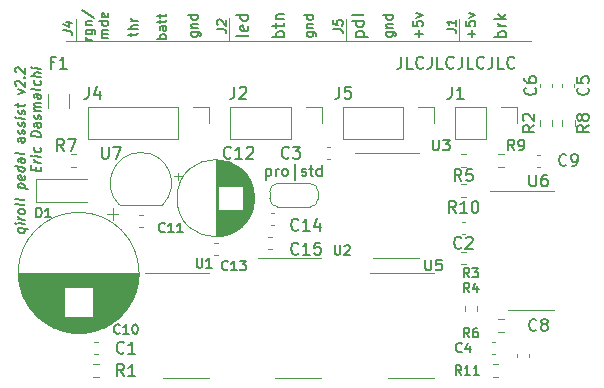
<source format=gto>
G04 #@! TF.GenerationSoftware,KiCad,Pcbnew,(5.1.10-1-10_14)*
G04 #@! TF.CreationDate,2021-10-16T14:11:52-07:00*
G04 #@! TF.ProjectId,qiroll PAS digital logic,7169726f-6c6c-4205-9041-532064696769,rev?*
G04 #@! TF.SameCoordinates,Original*
G04 #@! TF.FileFunction,Legend,Top*
G04 #@! TF.FilePolarity,Positive*
%FSLAX46Y46*%
G04 Gerber Fmt 4.6, Leading zero omitted, Abs format (unit mm)*
G04 Created by KiCad (PCBNEW (5.1.10-1-10_14)) date 2021-10-16 14:11:52*
%MOMM*%
%LPD*%
G01*
G04 APERTURE LIST*
%ADD10C,0.130000*%
%ADD11C,0.150000*%
%ADD12C,0.200000*%
%ADD13C,0.120000*%
%ADD14C,0.100000*%
%ADD15R,1.000000X1.500000*%
%ADD16O,1.700000X1.700000*%
%ADD17R,1.700000X1.700000*%
%ADD18R,1.300000X1.700000*%
%ADD19C,1.600000*%
%ADD20R,1.600000X1.600000*%
%ADD21C,3.800000*%
%ADD22R,1.050000X1.500000*%
%ADD23O,1.050000X1.500000*%
%ADD24C,2.000000*%
%ADD25R,2.000000X2.000000*%
G04 APERTURE END LIST*
D10*
X133808285Y-108011142D02*
X133808285Y-108911142D01*
X133808285Y-108054000D02*
X133894000Y-108011142D01*
X134065428Y-108011142D01*
X134151142Y-108054000D01*
X134194000Y-108096857D01*
X134236857Y-108182571D01*
X134236857Y-108439714D01*
X134194000Y-108525428D01*
X134151142Y-108568285D01*
X134065428Y-108611142D01*
X133894000Y-108611142D01*
X133808285Y-108568285D01*
X134622571Y-108611142D02*
X134622571Y-108011142D01*
X134622571Y-108182571D02*
X134665428Y-108096857D01*
X134708285Y-108054000D01*
X134794000Y-108011142D01*
X134879714Y-108011142D01*
X135308285Y-108611142D02*
X135222571Y-108568285D01*
X135179714Y-108525428D01*
X135136857Y-108439714D01*
X135136857Y-108182571D01*
X135179714Y-108096857D01*
X135222571Y-108054000D01*
X135308285Y-108011142D01*
X135436857Y-108011142D01*
X135522571Y-108054000D01*
X135565428Y-108096857D01*
X135608285Y-108182571D01*
X135608285Y-108439714D01*
X135565428Y-108525428D01*
X135522571Y-108568285D01*
X135436857Y-108611142D01*
X135308285Y-108611142D01*
X136208285Y-108911142D02*
X136208285Y-107625428D01*
X136808285Y-108568285D02*
X136894000Y-108611142D01*
X137065428Y-108611142D01*
X137151142Y-108568285D01*
X137194000Y-108482571D01*
X137194000Y-108439714D01*
X137151142Y-108354000D01*
X137065428Y-108311142D01*
X136936857Y-108311142D01*
X136851142Y-108268285D01*
X136808285Y-108182571D01*
X136808285Y-108139714D01*
X136851142Y-108054000D01*
X136936857Y-108011142D01*
X137065428Y-108011142D01*
X137151142Y-108054000D01*
X137451142Y-108011142D02*
X137794000Y-108011142D01*
X137579714Y-107711142D02*
X137579714Y-108482571D01*
X137622571Y-108568285D01*
X137708285Y-108611142D01*
X137794000Y-108611142D01*
X138479714Y-108611142D02*
X138479714Y-107711142D01*
X138479714Y-108568285D02*
X138394000Y-108611142D01*
X138222571Y-108611142D01*
X138136857Y-108568285D01*
X138094000Y-108525428D01*
X138051142Y-108439714D01*
X138051142Y-108182571D01*
X138094000Y-108096857D01*
X138136857Y-108054000D01*
X138222571Y-108011142D01*
X138394000Y-108011142D01*
X138479714Y-108054000D01*
D11*
X125329904Y-97002476D02*
X124529904Y-97002476D01*
X124834666Y-97002476D02*
X124796571Y-96926285D01*
X124796571Y-96773904D01*
X124834666Y-96697714D01*
X124872761Y-96659619D01*
X124948952Y-96621523D01*
X125177523Y-96621523D01*
X125253714Y-96659619D01*
X125291809Y-96697714D01*
X125329904Y-96773904D01*
X125329904Y-96926285D01*
X125291809Y-97002476D01*
X125329904Y-95935809D02*
X124910857Y-95935809D01*
X124834666Y-95973904D01*
X124796571Y-96050095D01*
X124796571Y-96202476D01*
X124834666Y-96278666D01*
X125291809Y-95935809D02*
X125329904Y-96012000D01*
X125329904Y-96202476D01*
X125291809Y-96278666D01*
X125215619Y-96316761D01*
X125139428Y-96316761D01*
X125063238Y-96278666D01*
X125025142Y-96202476D01*
X125025142Y-96012000D01*
X124987047Y-95935809D01*
X124796571Y-95669142D02*
X124796571Y-95364380D01*
X124529904Y-95554857D02*
X125215619Y-95554857D01*
X125291809Y-95516761D01*
X125329904Y-95440571D01*
X125329904Y-95364380D01*
X124796571Y-95212000D02*
X124796571Y-94907238D01*
X124529904Y-95097714D02*
X125215619Y-95097714D01*
X125291809Y-95059619D01*
X125329904Y-94983428D01*
X125329904Y-94907238D01*
D12*
X145240952Y-98512380D02*
X145240952Y-99226666D01*
X145193333Y-99369523D01*
X145098095Y-99464761D01*
X144955238Y-99512380D01*
X144860000Y-99512380D01*
X146193333Y-99512380D02*
X145717142Y-99512380D01*
X145717142Y-98512380D01*
X147098095Y-99417142D02*
X147050476Y-99464761D01*
X146907619Y-99512380D01*
X146812380Y-99512380D01*
X146669523Y-99464761D01*
X146574285Y-99369523D01*
X146526666Y-99274285D01*
X146479047Y-99083809D01*
X146479047Y-98940952D01*
X146526666Y-98750476D01*
X146574285Y-98655238D01*
X146669523Y-98560000D01*
X146812380Y-98512380D01*
X146907619Y-98512380D01*
X147050476Y-98560000D01*
X147098095Y-98607619D01*
X147812380Y-98512380D02*
X147812380Y-99226666D01*
X147764761Y-99369523D01*
X147669523Y-99464761D01*
X147526666Y-99512380D01*
X147431428Y-99512380D01*
X148764761Y-99512380D02*
X148288571Y-99512380D01*
X148288571Y-98512380D01*
X149669523Y-99417142D02*
X149621904Y-99464761D01*
X149479047Y-99512380D01*
X149383809Y-99512380D01*
X149240952Y-99464761D01*
X149145714Y-99369523D01*
X149098095Y-99274285D01*
X149050476Y-99083809D01*
X149050476Y-98940952D01*
X149098095Y-98750476D01*
X149145714Y-98655238D01*
X149240952Y-98560000D01*
X149383809Y-98512380D01*
X149479047Y-98512380D01*
X149621904Y-98560000D01*
X149669523Y-98607619D01*
X150383809Y-98512380D02*
X150383809Y-99226666D01*
X150336190Y-99369523D01*
X150240952Y-99464761D01*
X150098095Y-99512380D01*
X150002857Y-99512380D01*
X151336190Y-99512380D02*
X150860000Y-99512380D01*
X150860000Y-98512380D01*
X152240952Y-99417142D02*
X152193333Y-99464761D01*
X152050476Y-99512380D01*
X151955238Y-99512380D01*
X151812380Y-99464761D01*
X151717142Y-99369523D01*
X151669523Y-99274285D01*
X151621904Y-99083809D01*
X151621904Y-98940952D01*
X151669523Y-98750476D01*
X151717142Y-98655238D01*
X151812380Y-98560000D01*
X151955238Y-98512380D01*
X152050476Y-98512380D01*
X152193333Y-98560000D01*
X152240952Y-98607619D01*
X152955238Y-98512380D02*
X152955238Y-99226666D01*
X152907619Y-99369523D01*
X152812380Y-99464761D01*
X152669523Y-99512380D01*
X152574285Y-99512380D01*
X153907619Y-99512380D02*
X153431428Y-99512380D01*
X153431428Y-98512380D01*
X154812380Y-99417142D02*
X154764761Y-99464761D01*
X154621904Y-99512380D01*
X154526666Y-99512380D01*
X154383809Y-99464761D01*
X154288571Y-99369523D01*
X154240952Y-99274285D01*
X154193333Y-99083809D01*
X154193333Y-98940952D01*
X154240952Y-98750476D01*
X154288571Y-98655238D01*
X154383809Y-98560000D01*
X154526666Y-98512380D01*
X154621904Y-98512380D01*
X154764761Y-98560000D01*
X154812380Y-98607619D01*
D11*
X139475904Y-96134092D02*
X140047333Y-96205520D01*
X140161619Y-96257901D01*
X140237809Y-96343616D01*
X140275904Y-96462663D01*
X140275904Y-96538854D01*
X139475904Y-95372187D02*
X139475904Y-95753139D01*
X139856857Y-95838854D01*
X139818761Y-95795997D01*
X139780666Y-95715044D01*
X139780666Y-95524568D01*
X139818761Y-95453139D01*
X139856857Y-95419806D01*
X139933047Y-95391235D01*
X140123523Y-95415044D01*
X140199714Y-95462663D01*
X140237809Y-95505520D01*
X140275904Y-95586473D01*
X140275904Y-95776949D01*
X140237809Y-95848377D01*
X140199714Y-95881711D01*
X149064404Y-96134092D02*
X149635833Y-96205520D01*
X149750119Y-96257901D01*
X149826309Y-96343616D01*
X149864404Y-96462663D01*
X149864404Y-96538854D01*
X149864404Y-95434092D02*
X149864404Y-95891235D01*
X149864404Y-95662663D02*
X149064404Y-95562663D01*
X149178690Y-95653139D01*
X149254880Y-95738854D01*
X149292976Y-95819806D01*
X129609904Y-96134092D02*
X130181333Y-96205520D01*
X130295619Y-96257901D01*
X130371809Y-96343616D01*
X130409904Y-96462663D01*
X130409904Y-96538854D01*
X129686095Y-95800758D02*
X129648000Y-95757901D01*
X129609904Y-95676949D01*
X129609904Y-95486473D01*
X129648000Y-95415044D01*
X129686095Y-95381711D01*
X129762285Y-95353139D01*
X129838476Y-95362663D01*
X129952761Y-95415044D01*
X130409904Y-95929330D01*
X130409904Y-95434092D01*
X116592404Y-96261092D02*
X117163833Y-96332520D01*
X117278119Y-96384901D01*
X117354309Y-96470616D01*
X117392404Y-96589663D01*
X117392404Y-96665854D01*
X116859071Y-95570616D02*
X117392404Y-95637282D01*
X116554309Y-95722997D02*
X117125738Y-95984901D01*
X117125738Y-95489663D01*
X151187142Y-96875476D02*
X151187142Y-96265952D01*
X151491904Y-96570714D02*
X150882380Y-96570714D01*
X150691904Y-95504047D02*
X150691904Y-95885000D01*
X151072857Y-95923095D01*
X151034761Y-95885000D01*
X150996666Y-95808809D01*
X150996666Y-95618333D01*
X151034761Y-95542142D01*
X151072857Y-95504047D01*
X151149047Y-95465952D01*
X151339523Y-95465952D01*
X151415714Y-95504047D01*
X151453809Y-95542142D01*
X151491904Y-95618333D01*
X151491904Y-95808809D01*
X151453809Y-95885000D01*
X151415714Y-95923095D01*
X150958571Y-95199285D02*
X151491904Y-95008809D01*
X150958571Y-94818333D01*
X112818571Y-113012827D02*
X113618571Y-113112827D01*
X113313809Y-113074732D02*
X113351904Y-113155684D01*
X113351904Y-113308065D01*
X113313809Y-113379494D01*
X113275714Y-113412827D01*
X113199523Y-113441398D01*
X112970952Y-113412827D01*
X112894761Y-113365208D01*
X112856666Y-113322351D01*
X112818571Y-113241398D01*
X112818571Y-113089017D01*
X112856666Y-113017589D01*
X113351904Y-112698541D02*
X112818571Y-112631875D01*
X112551904Y-112598541D02*
X112590000Y-112641398D01*
X112628095Y-112608065D01*
X112590000Y-112565208D01*
X112551904Y-112598541D01*
X112628095Y-112608065D01*
X113351904Y-112317589D02*
X112818571Y-112250922D01*
X112970952Y-112269970D02*
X112894761Y-112222351D01*
X112856666Y-112179494D01*
X112818571Y-112098541D01*
X112818571Y-112022351D01*
X113351904Y-111708065D02*
X113313809Y-111779494D01*
X113275714Y-111812827D01*
X113199523Y-111841398D01*
X112970952Y-111812827D01*
X112894761Y-111765208D01*
X112856666Y-111722351D01*
X112818571Y-111641398D01*
X112818571Y-111527113D01*
X112856666Y-111455684D01*
X112894761Y-111422351D01*
X112970952Y-111393779D01*
X113199523Y-111422351D01*
X113275714Y-111469970D01*
X113313809Y-111512827D01*
X113351904Y-111593779D01*
X113351904Y-111708065D01*
X113351904Y-110984255D02*
X113313809Y-111055684D01*
X113237619Y-111084255D01*
X112551904Y-110998541D01*
X113351904Y-110565208D02*
X113313809Y-110636636D01*
X113237619Y-110665208D01*
X112551904Y-110579494D01*
X112818571Y-109584255D02*
X113618571Y-109684255D01*
X112856666Y-109589017D02*
X112818571Y-109508065D01*
X112818571Y-109355684D01*
X112856666Y-109284255D01*
X112894761Y-109250922D01*
X112970952Y-109222351D01*
X113199523Y-109250922D01*
X113275714Y-109298541D01*
X113313809Y-109341398D01*
X113351904Y-109422351D01*
X113351904Y-109574732D01*
X113313809Y-109646160D01*
X113313809Y-108617589D02*
X113351904Y-108698541D01*
X113351904Y-108850922D01*
X113313809Y-108922351D01*
X113237619Y-108950922D01*
X112932857Y-108912827D01*
X112856666Y-108865208D01*
X112818571Y-108784255D01*
X112818571Y-108631875D01*
X112856666Y-108560446D01*
X112932857Y-108531875D01*
X113009047Y-108541398D01*
X113085238Y-108931875D01*
X113351904Y-107898541D02*
X112551904Y-107798541D01*
X113313809Y-107893779D02*
X113351904Y-107974732D01*
X113351904Y-108127113D01*
X113313809Y-108198541D01*
X113275714Y-108231875D01*
X113199523Y-108260446D01*
X112970952Y-108231875D01*
X112894761Y-108184255D01*
X112856666Y-108141398D01*
X112818571Y-108060446D01*
X112818571Y-107908065D01*
X112856666Y-107836636D01*
X113351904Y-107174732D02*
X112932857Y-107122351D01*
X112856666Y-107150922D01*
X112818571Y-107222351D01*
X112818571Y-107374732D01*
X112856666Y-107455684D01*
X113313809Y-107169970D02*
X113351904Y-107250922D01*
X113351904Y-107441398D01*
X113313809Y-107512827D01*
X113237619Y-107541398D01*
X113161428Y-107531875D01*
X113085238Y-107484255D01*
X113047142Y-107403303D01*
X113047142Y-107212827D01*
X113009047Y-107131875D01*
X113351904Y-106679494D02*
X113313809Y-106750922D01*
X113237619Y-106779494D01*
X112551904Y-106693779D01*
X113351904Y-105422351D02*
X112932857Y-105369970D01*
X112856666Y-105398541D01*
X112818571Y-105469970D01*
X112818571Y-105622351D01*
X112856666Y-105703303D01*
X113313809Y-105417589D02*
X113351904Y-105498541D01*
X113351904Y-105689017D01*
X113313809Y-105760446D01*
X113237619Y-105789017D01*
X113161428Y-105779494D01*
X113085238Y-105731875D01*
X113047142Y-105650922D01*
X113047142Y-105460446D01*
X113009047Y-105379494D01*
X113313809Y-105074732D02*
X113351904Y-105003303D01*
X113351904Y-104850922D01*
X113313809Y-104769970D01*
X113237619Y-104722351D01*
X113199523Y-104717589D01*
X113123333Y-104746160D01*
X113085238Y-104817589D01*
X113085238Y-104931875D01*
X113047142Y-105003303D01*
X112970952Y-105031875D01*
X112932857Y-105027113D01*
X112856666Y-104979494D01*
X112818571Y-104898541D01*
X112818571Y-104784255D01*
X112856666Y-104712827D01*
X113313809Y-104427113D02*
X113351904Y-104355684D01*
X113351904Y-104203303D01*
X113313809Y-104122351D01*
X113237619Y-104074732D01*
X113199523Y-104069970D01*
X113123333Y-104098541D01*
X113085238Y-104169970D01*
X113085238Y-104284255D01*
X113047142Y-104355684D01*
X112970952Y-104384255D01*
X112932857Y-104379494D01*
X112856666Y-104331875D01*
X112818571Y-104250922D01*
X112818571Y-104136636D01*
X112856666Y-104065208D01*
X113351904Y-103746160D02*
X112818571Y-103679494D01*
X112551904Y-103646160D02*
X112590000Y-103689017D01*
X112628095Y-103655684D01*
X112590000Y-103612827D01*
X112551904Y-103646160D01*
X112628095Y-103655684D01*
X113313809Y-103398541D02*
X113351904Y-103327113D01*
X113351904Y-103174732D01*
X113313809Y-103093779D01*
X113237619Y-103046160D01*
X113199523Y-103041398D01*
X113123333Y-103069970D01*
X113085238Y-103141398D01*
X113085238Y-103255684D01*
X113047142Y-103327113D01*
X112970952Y-103355684D01*
X112932857Y-103350922D01*
X112856666Y-103303303D01*
X112818571Y-103222351D01*
X112818571Y-103108065D01*
X112856666Y-103036636D01*
X112818571Y-102765208D02*
X112818571Y-102460446D01*
X112551904Y-102617589D02*
X113237619Y-102703303D01*
X113313809Y-102674732D01*
X113351904Y-102603303D01*
X113351904Y-102527113D01*
X112818571Y-101660446D02*
X113351904Y-101536636D01*
X112818571Y-101279494D01*
X112628095Y-100989017D02*
X112590000Y-100946160D01*
X112551904Y-100865208D01*
X112551904Y-100674732D01*
X112590000Y-100603303D01*
X112628095Y-100569970D01*
X112704285Y-100541398D01*
X112780476Y-100550922D01*
X112894761Y-100603303D01*
X113351904Y-101117589D01*
X113351904Y-100622351D01*
X113275714Y-100269970D02*
X113313809Y-100236636D01*
X113351904Y-100279494D01*
X113313809Y-100312827D01*
X113275714Y-100269970D01*
X113351904Y-100279494D01*
X112628095Y-99846160D02*
X112590000Y-99803303D01*
X112551904Y-99722351D01*
X112551904Y-99531875D01*
X112590000Y-99460446D01*
X112628095Y-99427113D01*
X112704285Y-99398541D01*
X112780476Y-99408065D01*
X112894761Y-99460446D01*
X113351904Y-99974732D01*
X113351904Y-99479494D01*
X114282857Y-108150922D02*
X114282857Y-107884255D01*
X114701904Y-107822351D02*
X114701904Y-108203303D01*
X113901904Y-108103303D01*
X113901904Y-107722351D01*
X114701904Y-107479494D02*
X114168571Y-107412827D01*
X114320952Y-107431875D02*
X114244761Y-107384255D01*
X114206666Y-107341398D01*
X114168571Y-107260446D01*
X114168571Y-107184255D01*
X114701904Y-106984255D02*
X114168571Y-106917589D01*
X113901904Y-106884255D02*
X113940000Y-106927113D01*
X113978095Y-106893779D01*
X113940000Y-106850922D01*
X113901904Y-106884255D01*
X113978095Y-106893779D01*
X114663809Y-106255684D02*
X114701904Y-106336636D01*
X114701904Y-106489017D01*
X114663809Y-106560446D01*
X114625714Y-106593779D01*
X114549523Y-106622351D01*
X114320952Y-106593779D01*
X114244761Y-106546160D01*
X114206666Y-106503303D01*
X114168571Y-106422351D01*
X114168571Y-106269970D01*
X114206666Y-106198541D01*
X114701904Y-105308065D02*
X113901904Y-105208065D01*
X113901904Y-105017589D01*
X113940000Y-104908065D01*
X114016190Y-104841398D01*
X114092380Y-104812827D01*
X114244761Y-104793779D01*
X114359047Y-104808065D01*
X114511428Y-104865208D01*
X114587619Y-104912827D01*
X114663809Y-104998541D01*
X114701904Y-105117589D01*
X114701904Y-105308065D01*
X114701904Y-104165208D02*
X114282857Y-104112827D01*
X114206666Y-104141398D01*
X114168571Y-104212827D01*
X114168571Y-104365208D01*
X114206666Y-104446160D01*
X114663809Y-104160446D02*
X114701904Y-104241398D01*
X114701904Y-104431875D01*
X114663809Y-104503303D01*
X114587619Y-104531875D01*
X114511428Y-104522351D01*
X114435238Y-104474732D01*
X114397142Y-104393779D01*
X114397142Y-104203303D01*
X114359047Y-104122351D01*
X114663809Y-103817589D02*
X114701904Y-103746160D01*
X114701904Y-103593779D01*
X114663809Y-103512827D01*
X114587619Y-103465208D01*
X114549523Y-103460446D01*
X114473333Y-103489017D01*
X114435238Y-103560446D01*
X114435238Y-103674732D01*
X114397142Y-103746160D01*
X114320952Y-103774732D01*
X114282857Y-103769970D01*
X114206666Y-103722351D01*
X114168571Y-103641398D01*
X114168571Y-103527113D01*
X114206666Y-103455684D01*
X114701904Y-103136636D02*
X114168571Y-103069970D01*
X114244761Y-103079494D02*
X114206666Y-103036636D01*
X114168571Y-102955684D01*
X114168571Y-102841398D01*
X114206666Y-102769970D01*
X114282857Y-102741398D01*
X114701904Y-102793779D01*
X114282857Y-102741398D02*
X114206666Y-102693779D01*
X114168571Y-102612827D01*
X114168571Y-102498541D01*
X114206666Y-102427113D01*
X114282857Y-102398541D01*
X114701904Y-102450922D01*
X114701904Y-101727113D02*
X114282857Y-101674732D01*
X114206666Y-101703303D01*
X114168571Y-101774732D01*
X114168571Y-101927113D01*
X114206666Y-102008065D01*
X114663809Y-101722351D02*
X114701904Y-101803303D01*
X114701904Y-101993779D01*
X114663809Y-102065208D01*
X114587619Y-102093779D01*
X114511428Y-102084255D01*
X114435238Y-102036636D01*
X114397142Y-101955684D01*
X114397142Y-101765208D01*
X114359047Y-101684255D01*
X114701904Y-101231875D02*
X114663809Y-101303303D01*
X114587619Y-101331875D01*
X113901904Y-101246160D01*
X114663809Y-100579494D02*
X114701904Y-100660446D01*
X114701904Y-100812827D01*
X114663809Y-100884255D01*
X114625714Y-100917589D01*
X114549523Y-100946160D01*
X114320952Y-100917589D01*
X114244761Y-100869970D01*
X114206666Y-100827113D01*
X114168571Y-100746160D01*
X114168571Y-100593779D01*
X114206666Y-100522351D01*
X114701904Y-100241398D02*
X113901904Y-100141398D01*
X114701904Y-99898541D02*
X114282857Y-99846160D01*
X114206666Y-99874732D01*
X114168571Y-99946160D01*
X114168571Y-100060446D01*
X114206666Y-100141398D01*
X114244761Y-100184255D01*
X114701904Y-99517589D02*
X114168571Y-99450922D01*
X113901904Y-99417589D02*
X113940000Y-99460446D01*
X113978095Y-99427113D01*
X113940000Y-99384255D01*
X113901904Y-99417589D01*
X113978095Y-99427113D01*
X141390714Y-96813571D02*
X142390714Y-96813571D01*
X141438333Y-96813571D02*
X141390714Y-96718333D01*
X141390714Y-96527857D01*
X141438333Y-96432619D01*
X141485952Y-96385000D01*
X141581190Y-96337380D01*
X141866904Y-96337380D01*
X141962142Y-96385000D01*
X142009761Y-96432619D01*
X142057380Y-96527857D01*
X142057380Y-96718333D01*
X142009761Y-96813571D01*
X142057380Y-95480238D02*
X141057380Y-95480238D01*
X142009761Y-95480238D02*
X142057380Y-95575476D01*
X142057380Y-95765952D01*
X142009761Y-95861190D01*
X141962142Y-95908809D01*
X141866904Y-95956428D01*
X141581190Y-95956428D01*
X141485952Y-95908809D01*
X141438333Y-95861190D01*
X141390714Y-95765952D01*
X141390714Y-95575476D01*
X141438333Y-95480238D01*
X142057380Y-94861190D02*
X142009761Y-94956428D01*
X141914523Y-95004047D01*
X141057380Y-95004047D01*
X135326380Y-96837380D02*
X134326380Y-96837380D01*
X134707333Y-96837380D02*
X134659714Y-96742142D01*
X134659714Y-96551666D01*
X134707333Y-96456428D01*
X134754952Y-96408809D01*
X134850190Y-96361190D01*
X135135904Y-96361190D01*
X135231142Y-96408809D01*
X135278761Y-96456428D01*
X135326380Y-96551666D01*
X135326380Y-96742142D01*
X135278761Y-96837380D01*
X134659714Y-96075476D02*
X134659714Y-95694523D01*
X134326380Y-95932619D02*
X135183523Y-95932619D01*
X135278761Y-95885000D01*
X135326380Y-95789761D01*
X135326380Y-95694523D01*
X134659714Y-95361190D02*
X135326380Y-95361190D01*
X134754952Y-95361190D02*
X134707333Y-95313571D01*
X134659714Y-95218333D01*
X134659714Y-95075476D01*
X134707333Y-94980238D01*
X134802571Y-94932619D01*
X135326380Y-94932619D01*
X132278380Y-96646904D02*
X132230761Y-96742142D01*
X132135523Y-96789761D01*
X131278380Y-96789761D01*
X132230761Y-95885000D02*
X132278380Y-95980238D01*
X132278380Y-96170714D01*
X132230761Y-96265952D01*
X132135523Y-96313571D01*
X131754571Y-96313571D01*
X131659333Y-96265952D01*
X131611714Y-96170714D01*
X131611714Y-95980238D01*
X131659333Y-95885000D01*
X131754571Y-95837380D01*
X131849809Y-95837380D01*
X131945047Y-96313571D01*
X132278380Y-94980238D02*
X131278380Y-94980238D01*
X132230761Y-94980238D02*
X132278380Y-95075476D01*
X132278380Y-95265952D01*
X132230761Y-95361190D01*
X132183142Y-95408809D01*
X132087904Y-95456428D01*
X131802190Y-95456428D01*
X131706952Y-95408809D01*
X131659333Y-95361190D01*
X131611714Y-95265952D01*
X131611714Y-95075476D01*
X131659333Y-94980238D01*
X146742142Y-96875476D02*
X146742142Y-96265952D01*
X147046904Y-96570714D02*
X146437380Y-96570714D01*
X146246904Y-95504047D02*
X146246904Y-95885000D01*
X146627857Y-95923095D01*
X146589761Y-95885000D01*
X146551666Y-95808809D01*
X146551666Y-95618333D01*
X146589761Y-95542142D01*
X146627857Y-95504047D01*
X146704047Y-95465952D01*
X146894523Y-95465952D01*
X146970714Y-95504047D01*
X147008809Y-95542142D01*
X147046904Y-95618333D01*
X147046904Y-95808809D01*
X147008809Y-95885000D01*
X146970714Y-95923095D01*
X146513571Y-95199285D02*
X147046904Y-95008809D01*
X146513571Y-94818333D01*
X154122380Y-96813571D02*
X153122380Y-96813571D01*
X153503333Y-96813571D02*
X153455714Y-96718333D01*
X153455714Y-96527857D01*
X153503333Y-96432619D01*
X153550952Y-96385000D01*
X153646190Y-96337380D01*
X153931904Y-96337380D01*
X154027142Y-96385000D01*
X154074761Y-96432619D01*
X154122380Y-96527857D01*
X154122380Y-96718333D01*
X154074761Y-96813571D01*
X154122380Y-95908809D02*
X153455714Y-95908809D01*
X153646190Y-95908809D02*
X153550952Y-95861190D01*
X153503333Y-95813571D01*
X153455714Y-95718333D01*
X153455714Y-95623095D01*
X154122380Y-95289761D02*
X153122380Y-95289761D01*
X153741428Y-95194523D02*
X154122380Y-94908809D01*
X153455714Y-94908809D02*
X153836666Y-95289761D01*
X143973571Y-96437380D02*
X144621190Y-96437380D01*
X144697380Y-96475476D01*
X144735476Y-96513571D01*
X144773571Y-96589761D01*
X144773571Y-96704047D01*
X144735476Y-96780238D01*
X144468809Y-96437380D02*
X144506904Y-96513571D01*
X144506904Y-96665952D01*
X144468809Y-96742142D01*
X144430714Y-96780238D01*
X144354523Y-96818333D01*
X144125952Y-96818333D01*
X144049761Y-96780238D01*
X144011666Y-96742142D01*
X143973571Y-96665952D01*
X143973571Y-96513571D01*
X144011666Y-96437380D01*
X143973571Y-96056428D02*
X144506904Y-96056428D01*
X144049761Y-96056428D02*
X144011666Y-96018333D01*
X143973571Y-95942142D01*
X143973571Y-95827857D01*
X144011666Y-95751666D01*
X144087857Y-95713571D01*
X144506904Y-95713571D01*
X144506904Y-94989761D02*
X143706904Y-94989761D01*
X144468809Y-94989761D02*
X144506904Y-95065952D01*
X144506904Y-95218333D01*
X144468809Y-95294523D01*
X144430714Y-95332619D01*
X144354523Y-95370714D01*
X144125952Y-95370714D01*
X144049761Y-95332619D01*
X144011666Y-95294523D01*
X143973571Y-95218333D01*
X143973571Y-95065952D01*
X144011666Y-94989761D01*
X137242571Y-96437380D02*
X137890190Y-96437380D01*
X137966380Y-96475476D01*
X138004476Y-96513571D01*
X138042571Y-96589761D01*
X138042571Y-96704047D01*
X138004476Y-96780238D01*
X137737809Y-96437380D02*
X137775904Y-96513571D01*
X137775904Y-96665952D01*
X137737809Y-96742142D01*
X137699714Y-96780238D01*
X137623523Y-96818333D01*
X137394952Y-96818333D01*
X137318761Y-96780238D01*
X137280666Y-96742142D01*
X137242571Y-96665952D01*
X137242571Y-96513571D01*
X137280666Y-96437380D01*
X137242571Y-96056428D02*
X137775904Y-96056428D01*
X137318761Y-96056428D02*
X137280666Y-96018333D01*
X137242571Y-95942142D01*
X137242571Y-95827857D01*
X137280666Y-95751666D01*
X137356857Y-95713571D01*
X137775904Y-95713571D01*
X137775904Y-94989761D02*
X136975904Y-94989761D01*
X137737809Y-94989761D02*
X137775904Y-95065952D01*
X137775904Y-95218333D01*
X137737809Y-95294523D01*
X137699714Y-95332619D01*
X137623523Y-95370714D01*
X137394952Y-95370714D01*
X137318761Y-95332619D01*
X137280666Y-95294523D01*
X137242571Y-95218333D01*
X137242571Y-95065952D01*
X137280666Y-94989761D01*
X127463571Y-96437380D02*
X128111190Y-96437380D01*
X128187380Y-96475476D01*
X128225476Y-96513571D01*
X128263571Y-96589761D01*
X128263571Y-96704047D01*
X128225476Y-96780238D01*
X127958809Y-96437380D02*
X127996904Y-96513571D01*
X127996904Y-96665952D01*
X127958809Y-96742142D01*
X127920714Y-96780238D01*
X127844523Y-96818333D01*
X127615952Y-96818333D01*
X127539761Y-96780238D01*
X127501666Y-96742142D01*
X127463571Y-96665952D01*
X127463571Y-96513571D01*
X127501666Y-96437380D01*
X127463571Y-96056428D02*
X127996904Y-96056428D01*
X127539761Y-96056428D02*
X127501666Y-96018333D01*
X127463571Y-95942142D01*
X127463571Y-95827857D01*
X127501666Y-95751666D01*
X127577857Y-95713571D01*
X127996904Y-95713571D01*
X127996904Y-94989761D02*
X127196904Y-94989761D01*
X127958809Y-94989761D02*
X127996904Y-95065952D01*
X127996904Y-95218333D01*
X127958809Y-95294523D01*
X127920714Y-95332619D01*
X127844523Y-95370714D01*
X127615952Y-95370714D01*
X127539761Y-95332619D01*
X127501666Y-95294523D01*
X127463571Y-95218333D01*
X127463571Y-95065952D01*
X127501666Y-94989761D01*
X122383571Y-96773904D02*
X122383571Y-96469142D01*
X122116904Y-96659619D02*
X122802619Y-96659619D01*
X122878809Y-96621523D01*
X122916904Y-96545333D01*
X122916904Y-96469142D01*
X122916904Y-96202476D02*
X122116904Y-96202476D01*
X122916904Y-95859619D02*
X122497857Y-95859619D01*
X122421666Y-95897714D01*
X122383571Y-95973904D01*
X122383571Y-96088190D01*
X122421666Y-96164380D01*
X122459761Y-96202476D01*
X122916904Y-95478666D02*
X122383571Y-95478666D01*
X122535952Y-95478666D02*
X122459761Y-95440571D01*
X122421666Y-95402476D01*
X122383571Y-95326285D01*
X122383571Y-95250095D01*
X119066904Y-97085000D02*
X118533571Y-97085000D01*
X118685952Y-97085000D02*
X118609761Y-97046904D01*
X118571666Y-97008809D01*
X118533571Y-96932619D01*
X118533571Y-96856428D01*
X118533571Y-96246904D02*
X119181190Y-96246904D01*
X119257380Y-96285000D01*
X119295476Y-96323095D01*
X119333571Y-96399285D01*
X119333571Y-96513571D01*
X119295476Y-96589761D01*
X119028809Y-96246904D02*
X119066904Y-96323095D01*
X119066904Y-96475476D01*
X119028809Y-96551666D01*
X118990714Y-96589761D01*
X118914523Y-96627857D01*
X118685952Y-96627857D01*
X118609761Y-96589761D01*
X118571666Y-96551666D01*
X118533571Y-96475476D01*
X118533571Y-96323095D01*
X118571666Y-96246904D01*
X118533571Y-95865952D02*
X119066904Y-95865952D01*
X118609761Y-95865952D02*
X118571666Y-95827857D01*
X118533571Y-95751666D01*
X118533571Y-95637380D01*
X118571666Y-95561190D01*
X118647857Y-95523095D01*
X119066904Y-95523095D01*
X118228809Y-94570714D02*
X119257380Y-95256428D01*
X120416904Y-96932619D02*
X119883571Y-96932619D01*
X119959761Y-96932619D02*
X119921666Y-96894523D01*
X119883571Y-96818333D01*
X119883571Y-96704047D01*
X119921666Y-96627857D01*
X119997857Y-96589761D01*
X120416904Y-96589761D01*
X119997857Y-96589761D02*
X119921666Y-96551666D01*
X119883571Y-96475476D01*
X119883571Y-96361190D01*
X119921666Y-96285000D01*
X119997857Y-96246904D01*
X120416904Y-96246904D01*
X120416904Y-95523095D02*
X119616904Y-95523095D01*
X120378809Y-95523095D02*
X120416904Y-95599285D01*
X120416904Y-95751666D01*
X120378809Y-95827857D01*
X120340714Y-95865952D01*
X120264523Y-95904047D01*
X120035952Y-95904047D01*
X119959761Y-95865952D01*
X119921666Y-95827857D01*
X119883571Y-95751666D01*
X119883571Y-95599285D01*
X119921666Y-95523095D01*
X120378809Y-94837380D02*
X120416904Y-94913571D01*
X120416904Y-95065952D01*
X120378809Y-95142142D01*
X120302619Y-95180238D01*
X119997857Y-95180238D01*
X119921666Y-95142142D01*
X119883571Y-95065952D01*
X119883571Y-94913571D01*
X119921666Y-94837380D01*
X119997857Y-94799285D01*
X120074047Y-94799285D01*
X120150238Y-95180238D01*
D13*
X150114000Y-95313500D02*
X150114000Y-97155000D01*
X140525500Y-95313500D02*
X140525500Y-97155000D01*
X130683000Y-95250000D02*
X130683000Y-97091500D01*
X117652800Y-95300800D02*
X117652800Y-97142300D01*
X156210000Y-97155000D02*
X116840000Y-97155000D01*
G04 #@! TO.C,C15*
X134252580Y-114810000D02*
X133971420Y-114810000D01*
X134252580Y-113790000D02*
X133971420Y-113790000D01*
G04 #@! TO.C,JP1*
X134094000Y-109936000D02*
G75*
G02*
X134794000Y-109236000I700000J0D01*
G01*
X134794000Y-111236000D02*
G75*
G02*
X134094000Y-110536000I0J700000D01*
G01*
X138194000Y-110536000D02*
G75*
G02*
X137494000Y-111236000I-700000J0D01*
G01*
X137494000Y-109236000D02*
G75*
G02*
X138194000Y-109936000I0J-700000D01*
G01*
X134094000Y-110536000D02*
X134094000Y-109936000D01*
X137544000Y-111236000D02*
X134744000Y-111236000D01*
X138194000Y-109936000D02*
X138194000Y-110536000D01*
X134744000Y-109236000D02*
X137544000Y-109236000D01*
G04 #@! TO.C,C14*
X134493580Y-112778000D02*
X134212420Y-112778000D01*
X134493580Y-111758000D02*
X134212420Y-111758000D01*
G04 #@! TO.C,J4*
X128965000Y-102810000D02*
X128965000Y-104140000D01*
X127635000Y-102810000D02*
X128965000Y-102810000D01*
X126365000Y-102810000D02*
X126365000Y-105470000D01*
X126365000Y-105470000D02*
X118685000Y-105470000D01*
X126365000Y-102810000D02*
X118685000Y-102810000D01*
X118685000Y-102810000D02*
X118685000Y-105470000D01*
G04 #@! TO.C,R11*
X152987742Y-125617500D02*
X153462258Y-125617500D01*
X152987742Y-124572500D02*
X153462258Y-124572500D01*
G04 #@! TO.C,R10*
X150732258Y-110377500D02*
X150257742Y-110377500D01*
X150732258Y-109332500D02*
X150257742Y-109332500D01*
G04 #@! TO.C,R9*
X153432742Y-106792500D02*
X153907258Y-106792500D01*
X153432742Y-107837500D02*
X153907258Y-107837500D01*
G04 #@! TO.C,R8*
X158862500Y-104377258D02*
X158862500Y-103902742D01*
X159907500Y-104377258D02*
X159907500Y-103902742D01*
G04 #@! TO.C,R6*
X153432742Y-120762500D02*
X153907258Y-120762500D01*
X153432742Y-121807500D02*
X153907258Y-121807500D01*
G04 #@! TO.C,R5*
X150732258Y-107837500D02*
X150257742Y-107837500D01*
X150732258Y-106792500D02*
X150257742Y-106792500D01*
G04 #@! TO.C,R4*
X151652500Y-119587742D02*
X151652500Y-120062258D01*
X150607500Y-119587742D02*
X150607500Y-120062258D01*
G04 #@! TO.C,R3*
X150732258Y-116092500D02*
X150257742Y-116092500D01*
X150732258Y-115047500D02*
X150257742Y-115047500D01*
G04 #@! TO.C,R2*
X156957500Y-104377258D02*
X156957500Y-103902742D01*
X158002500Y-104377258D02*
X158002500Y-103902742D01*
G04 #@! TO.C,R1*
X119142742Y-124572500D02*
X119617258Y-124572500D01*
X119142742Y-125617500D02*
X119617258Y-125617500D01*
G04 #@! TO.C,C9*
X156704420Y-106805000D02*
X156985580Y-106805000D01*
X156704420Y-107825000D02*
X156985580Y-107825000D01*
G04 #@! TO.C,C8*
X156085000Y-123684420D02*
X156085000Y-123965580D01*
X155065000Y-123684420D02*
X155065000Y-123965580D01*
G04 #@! TO.C,C6*
X158875000Y-101105580D02*
X158875000Y-100824420D01*
X159895000Y-101105580D02*
X159895000Y-100824420D01*
G04 #@! TO.C,C5*
X156970000Y-101105580D02*
X156970000Y-100824420D01*
X157990000Y-101105580D02*
X157990000Y-100824420D01*
G04 #@! TO.C,C4*
X153175580Y-123700000D02*
X152894420Y-123700000D01*
X153175580Y-122680000D02*
X152894420Y-122680000D01*
G04 #@! TO.C,C3*
X138924420Y-106170000D02*
X139205580Y-106170000D01*
X138924420Y-107190000D02*
X139205580Y-107190000D01*
G04 #@! TO.C,C2*
X150635580Y-113540000D02*
X150354420Y-113540000D01*
X150635580Y-112520000D02*
X150354420Y-112520000D01*
G04 #@! TO.C,C1*
X119520580Y-123700000D02*
X119239420Y-123700000D01*
X119520580Y-122680000D02*
X119239420Y-122680000D01*
G04 #@! TO.C,D1*
X114290000Y-110855000D02*
X118590000Y-110855000D01*
X114290000Y-108855000D02*
X114290000Y-110855000D01*
X118590000Y-108855000D02*
X114290000Y-108855000D01*
G04 #@! TO.C,F1*
X117115000Y-102837064D02*
X117115000Y-101632936D01*
X115295000Y-102837064D02*
X115295000Y-101632936D01*
G04 #@! TO.C,R7*
X117712258Y-106792500D02*
X117237742Y-106792500D01*
X117712258Y-107837500D02*
X117237742Y-107837500D01*
G04 #@! TO.C,J1*
X155000000Y-102810000D02*
X155000000Y-104140000D01*
X153670000Y-102810000D02*
X155000000Y-102810000D01*
X152400000Y-102810000D02*
X152400000Y-105470000D01*
X152400000Y-105470000D02*
X149800000Y-105470000D01*
X152400000Y-102810000D02*
X149800000Y-102810000D01*
X149800000Y-102810000D02*
X149800000Y-105470000D01*
G04 #@! TO.C,J5*
X148015000Y-102810000D02*
X148015000Y-104140000D01*
X146685000Y-102810000D02*
X148015000Y-102810000D01*
X145415000Y-102810000D02*
X145415000Y-105470000D01*
X145415000Y-105470000D02*
X140275000Y-105470000D01*
X145415000Y-102810000D02*
X140275000Y-102810000D01*
X140275000Y-102810000D02*
X140275000Y-105470000D01*
G04 #@! TO.C,J2*
X138490000Y-102810000D02*
X138490000Y-104140000D01*
X137160000Y-102810000D02*
X138490000Y-102810000D01*
X135890000Y-102810000D02*
X135890000Y-105470000D01*
X135890000Y-105470000D02*
X130750000Y-105470000D01*
X135890000Y-102810000D02*
X130750000Y-102810000D01*
X130750000Y-102810000D02*
X130750000Y-105470000D01*
G04 #@! TO.C,C12*
X126334759Y-108336000D02*
X126334759Y-108966000D01*
X126019759Y-108651000D02*
X126649759Y-108651000D01*
X132761000Y-110088000D02*
X132761000Y-110892000D01*
X132721000Y-109857000D02*
X132721000Y-111123000D01*
X132681000Y-109688000D02*
X132681000Y-111292000D01*
X132641000Y-109550000D02*
X132641000Y-111430000D01*
X132601000Y-109431000D02*
X132601000Y-111549000D01*
X132561000Y-109325000D02*
X132561000Y-111655000D01*
X132521000Y-109228000D02*
X132521000Y-111752000D01*
X132481000Y-109140000D02*
X132481000Y-111840000D01*
X132441000Y-109058000D02*
X132441000Y-111922000D01*
X132401000Y-108981000D02*
X132401000Y-111999000D01*
X132361000Y-108909000D02*
X132361000Y-112071000D01*
X132321000Y-108840000D02*
X132321000Y-112140000D01*
X132281000Y-108776000D02*
X132281000Y-112204000D01*
X132241000Y-108714000D02*
X132241000Y-112266000D01*
X132201000Y-108656000D02*
X132201000Y-112324000D01*
X132161000Y-108600000D02*
X132161000Y-112380000D01*
X132121000Y-108546000D02*
X132121000Y-112434000D01*
X132081000Y-108495000D02*
X132081000Y-112485000D01*
X132041000Y-108446000D02*
X132041000Y-112534000D01*
X132001000Y-108398000D02*
X132001000Y-112582000D01*
X131961000Y-108353000D02*
X131961000Y-112627000D01*
X131921000Y-108308000D02*
X131921000Y-112672000D01*
X131881000Y-108266000D02*
X131881000Y-112714000D01*
X131841000Y-108225000D02*
X131841000Y-112755000D01*
X131801000Y-111530000D02*
X131801000Y-112795000D01*
X131801000Y-108185000D02*
X131801000Y-109450000D01*
X131761000Y-111530000D02*
X131761000Y-112833000D01*
X131761000Y-108147000D02*
X131761000Y-109450000D01*
X131721000Y-111530000D02*
X131721000Y-112870000D01*
X131721000Y-108110000D02*
X131721000Y-109450000D01*
X131681000Y-111530000D02*
X131681000Y-112906000D01*
X131681000Y-108074000D02*
X131681000Y-109450000D01*
X131641000Y-111530000D02*
X131641000Y-112940000D01*
X131641000Y-108040000D02*
X131641000Y-109450000D01*
X131601000Y-111530000D02*
X131601000Y-112974000D01*
X131601000Y-108006000D02*
X131601000Y-109450000D01*
X131561000Y-111530000D02*
X131561000Y-113006000D01*
X131561000Y-107974000D02*
X131561000Y-109450000D01*
X131521000Y-111530000D02*
X131521000Y-113038000D01*
X131521000Y-107942000D02*
X131521000Y-109450000D01*
X131481000Y-111530000D02*
X131481000Y-113068000D01*
X131481000Y-107912000D02*
X131481000Y-109450000D01*
X131441000Y-111530000D02*
X131441000Y-113097000D01*
X131441000Y-107883000D02*
X131441000Y-109450000D01*
X131401000Y-111530000D02*
X131401000Y-113126000D01*
X131401000Y-107854000D02*
X131401000Y-109450000D01*
X131361000Y-111530000D02*
X131361000Y-113154000D01*
X131361000Y-107826000D02*
X131361000Y-109450000D01*
X131321000Y-111530000D02*
X131321000Y-113180000D01*
X131321000Y-107800000D02*
X131321000Y-109450000D01*
X131281000Y-111530000D02*
X131281000Y-113206000D01*
X131281000Y-107774000D02*
X131281000Y-109450000D01*
X131241000Y-111530000D02*
X131241000Y-113232000D01*
X131241000Y-107748000D02*
X131241000Y-109450000D01*
X131201000Y-111530000D02*
X131201000Y-113256000D01*
X131201000Y-107724000D02*
X131201000Y-109450000D01*
X131161000Y-111530000D02*
X131161000Y-113280000D01*
X131161000Y-107700000D02*
X131161000Y-109450000D01*
X131121000Y-111530000D02*
X131121000Y-113302000D01*
X131121000Y-107678000D02*
X131121000Y-109450000D01*
X131081000Y-111530000D02*
X131081000Y-113324000D01*
X131081000Y-107656000D02*
X131081000Y-109450000D01*
X131041000Y-111530000D02*
X131041000Y-113346000D01*
X131041000Y-107634000D02*
X131041000Y-109450000D01*
X131001000Y-111530000D02*
X131001000Y-113366000D01*
X131001000Y-107614000D02*
X131001000Y-109450000D01*
X130961000Y-111530000D02*
X130961000Y-113386000D01*
X130961000Y-107594000D02*
X130961000Y-109450000D01*
X130921000Y-111530000D02*
X130921000Y-113406000D01*
X130921000Y-107574000D02*
X130921000Y-109450000D01*
X130881000Y-111530000D02*
X130881000Y-113424000D01*
X130881000Y-107556000D02*
X130881000Y-109450000D01*
X130841000Y-111530000D02*
X130841000Y-113442000D01*
X130841000Y-107538000D02*
X130841000Y-109450000D01*
X130801000Y-111530000D02*
X130801000Y-113460000D01*
X130801000Y-107520000D02*
X130801000Y-109450000D01*
X130761000Y-111530000D02*
X130761000Y-113476000D01*
X130761000Y-107504000D02*
X130761000Y-109450000D01*
X130721000Y-111530000D02*
X130721000Y-113492000D01*
X130721000Y-107488000D02*
X130721000Y-109450000D01*
X130681000Y-111530000D02*
X130681000Y-113508000D01*
X130681000Y-107472000D02*
X130681000Y-109450000D01*
X130641000Y-111530000D02*
X130641000Y-113523000D01*
X130641000Y-107457000D02*
X130641000Y-109450000D01*
X130601000Y-111530000D02*
X130601000Y-113537000D01*
X130601000Y-107443000D02*
X130601000Y-109450000D01*
X130561000Y-111530000D02*
X130561000Y-113551000D01*
X130561000Y-107429000D02*
X130561000Y-109450000D01*
X130521000Y-111530000D02*
X130521000Y-113564000D01*
X130521000Y-107416000D02*
X130521000Y-109450000D01*
X130481000Y-111530000D02*
X130481000Y-113576000D01*
X130481000Y-107404000D02*
X130481000Y-109450000D01*
X130441000Y-111530000D02*
X130441000Y-113588000D01*
X130441000Y-107392000D02*
X130441000Y-109450000D01*
X130401000Y-111530000D02*
X130401000Y-113600000D01*
X130401000Y-107380000D02*
X130401000Y-109450000D01*
X130361000Y-111530000D02*
X130361000Y-113611000D01*
X130361000Y-107369000D02*
X130361000Y-109450000D01*
X130321000Y-111530000D02*
X130321000Y-113621000D01*
X130321000Y-107359000D02*
X130321000Y-109450000D01*
X130281000Y-111530000D02*
X130281000Y-113631000D01*
X130281000Y-107349000D02*
X130281000Y-109450000D01*
X130241000Y-111530000D02*
X130241000Y-113640000D01*
X130241000Y-107340000D02*
X130241000Y-109450000D01*
X130200000Y-111530000D02*
X130200000Y-113649000D01*
X130200000Y-107331000D02*
X130200000Y-109450000D01*
X130160000Y-111530000D02*
X130160000Y-113657000D01*
X130160000Y-107323000D02*
X130160000Y-109450000D01*
X130120000Y-111530000D02*
X130120000Y-113665000D01*
X130120000Y-107315000D02*
X130120000Y-109450000D01*
X130080000Y-111530000D02*
X130080000Y-113672000D01*
X130080000Y-107308000D02*
X130080000Y-109450000D01*
X130040000Y-111530000D02*
X130040000Y-113679000D01*
X130040000Y-107301000D02*
X130040000Y-109450000D01*
X130000000Y-111530000D02*
X130000000Y-113685000D01*
X130000000Y-107295000D02*
X130000000Y-109450000D01*
X129960000Y-111530000D02*
X129960000Y-113691000D01*
X129960000Y-107289000D02*
X129960000Y-109450000D01*
X129920000Y-111530000D02*
X129920000Y-113696000D01*
X129920000Y-107284000D02*
X129920000Y-109450000D01*
X129880000Y-111530000D02*
X129880000Y-113701000D01*
X129880000Y-107279000D02*
X129880000Y-109450000D01*
X129840000Y-111530000D02*
X129840000Y-113705000D01*
X129840000Y-107275000D02*
X129840000Y-109450000D01*
X129800000Y-111530000D02*
X129800000Y-113708000D01*
X129800000Y-107272000D02*
X129800000Y-109450000D01*
X129760000Y-111530000D02*
X129760000Y-113712000D01*
X129760000Y-107268000D02*
X129760000Y-109450000D01*
X129720000Y-107266000D02*
X129720000Y-113714000D01*
X129680000Y-107263000D02*
X129680000Y-113717000D01*
X129640000Y-107262000D02*
X129640000Y-113718000D01*
X129600000Y-107260000D02*
X129600000Y-113720000D01*
X129560000Y-107260000D02*
X129560000Y-113720000D01*
X129520000Y-107260000D02*
X129520000Y-113720000D01*
X132790000Y-110490000D02*
G75*
G03*
X132790000Y-110490000I-3270000J0D01*
G01*
G04 #@! TO.C,C13*
X129680580Y-114298000D02*
X129399420Y-114298000D01*
X129680580Y-115318000D02*
X129399420Y-115318000D01*
G04 #@! TO.C,C11*
X123049420Y-112905000D02*
X123330580Y-112905000D01*
X123049420Y-111885000D02*
X123330580Y-111885000D01*
G04 #@! TO.C,U7*
X121390000Y-111070000D02*
X124990000Y-111070000D01*
X125028478Y-111058478D02*
G75*
G03*
X123190000Y-106620000I-1838478J1838478D01*
G01*
X121351522Y-111058478D02*
G75*
G02*
X123190000Y-106620000I1838478J1838478D01*
G01*
G04 #@! TO.C,U6*
X156210000Y-119995000D02*
X158160000Y-119995000D01*
X156210000Y-119995000D02*
X154260000Y-119995000D01*
X156210000Y-109875000D02*
X158160000Y-109875000D01*
X156210000Y-109875000D02*
X152760000Y-109875000D01*
G04 #@! TO.C,U3*
X144780000Y-115560000D02*
X146730000Y-115560000D01*
X144780000Y-115560000D02*
X142830000Y-115560000D01*
X144780000Y-106690000D02*
X146730000Y-106690000D01*
X144780000Y-106690000D02*
X141330000Y-106690000D01*
G04 #@! TO.C,U2*
X136525000Y-125710000D02*
X138475000Y-125710000D01*
X136525000Y-125710000D02*
X134575000Y-125710000D01*
X136525000Y-115590000D02*
X138475000Y-115590000D01*
X136525000Y-115590000D02*
X133075000Y-115590000D01*
G04 #@! TO.C,U1*
X127000000Y-125720000D02*
X128950000Y-125720000D01*
X127000000Y-125720000D02*
X125050000Y-125720000D01*
X127000000Y-116850000D02*
X128950000Y-116850000D01*
X127000000Y-116850000D02*
X123550000Y-116850000D01*
G04 #@! TO.C,C10*
X121285000Y-111820354D02*
X120285000Y-111820354D01*
X120785000Y-111320354D02*
X120785000Y-112320354D01*
X118509000Y-121881000D02*
X117311000Y-121881000D01*
X118772000Y-121841000D02*
X117048000Y-121841000D01*
X118972000Y-121801000D02*
X116848000Y-121801000D01*
X119140000Y-121761000D02*
X116680000Y-121761000D01*
X119288000Y-121721000D02*
X116532000Y-121721000D01*
X119420000Y-121681000D02*
X116400000Y-121681000D01*
X119540000Y-121641000D02*
X116280000Y-121641000D01*
X119652000Y-121601000D02*
X116168000Y-121601000D01*
X119756000Y-121561000D02*
X116064000Y-121561000D01*
X119854000Y-121521000D02*
X115966000Y-121521000D01*
X119947000Y-121481000D02*
X115873000Y-121481000D01*
X120035000Y-121441000D02*
X115785000Y-121441000D01*
X120119000Y-121401000D02*
X115701000Y-121401000D01*
X120199000Y-121361000D02*
X115621000Y-121361000D01*
X120275000Y-121321000D02*
X115545000Y-121321000D01*
X120349000Y-121281000D02*
X115471000Y-121281000D01*
X120420000Y-121241000D02*
X115400000Y-121241000D01*
X120489000Y-121201000D02*
X115331000Y-121201000D01*
X120555000Y-121161000D02*
X115265000Y-121161000D01*
X120619000Y-121121000D02*
X115201000Y-121121000D01*
X120680000Y-121081000D02*
X115140000Y-121081000D01*
X120740000Y-121041000D02*
X115080000Y-121041000D01*
X120799000Y-121001000D02*
X115021000Y-121001000D01*
X120855000Y-120961000D02*
X114965000Y-120961000D01*
X120910000Y-120921000D02*
X114910000Y-120921000D01*
X120964000Y-120881000D02*
X114856000Y-120881000D01*
X121016000Y-120841000D02*
X114804000Y-120841000D01*
X121066000Y-120801000D02*
X114754000Y-120801000D01*
X121116000Y-120761000D02*
X114704000Y-120761000D01*
X121164000Y-120721000D02*
X114656000Y-120721000D01*
X121211000Y-120681000D02*
X114609000Y-120681000D01*
X121257000Y-120641000D02*
X114563000Y-120641000D01*
X121302000Y-120601000D02*
X114518000Y-120601000D01*
X121346000Y-120561000D02*
X114474000Y-120561000D01*
X116669000Y-120521000D02*
X114432000Y-120521000D01*
X121388000Y-120521000D02*
X119151000Y-120521000D01*
X116669000Y-120481000D02*
X114390000Y-120481000D01*
X121430000Y-120481000D02*
X119151000Y-120481000D01*
X116669000Y-120441000D02*
X114349000Y-120441000D01*
X121471000Y-120441000D02*
X119151000Y-120441000D01*
X116669000Y-120401000D02*
X114309000Y-120401000D01*
X121511000Y-120401000D02*
X119151000Y-120401000D01*
X116669000Y-120361000D02*
X114270000Y-120361000D01*
X121550000Y-120361000D02*
X119151000Y-120361000D01*
X116669000Y-120321000D02*
X114231000Y-120321000D01*
X121589000Y-120321000D02*
X119151000Y-120321000D01*
X116669000Y-120281000D02*
X114194000Y-120281000D01*
X121626000Y-120281000D02*
X119151000Y-120281000D01*
X116669000Y-120241000D02*
X114157000Y-120241000D01*
X121663000Y-120241000D02*
X119151000Y-120241000D01*
X116669000Y-120201000D02*
X114121000Y-120201000D01*
X121699000Y-120201000D02*
X119151000Y-120201000D01*
X116669000Y-120161000D02*
X114086000Y-120161000D01*
X121734000Y-120161000D02*
X119151000Y-120161000D01*
X116669000Y-120121000D02*
X114052000Y-120121000D01*
X121768000Y-120121000D02*
X119151000Y-120121000D01*
X116669000Y-120081000D02*
X114018000Y-120081000D01*
X121802000Y-120081000D02*
X119151000Y-120081000D01*
X116669000Y-120041000D02*
X113985000Y-120041000D01*
X121835000Y-120041000D02*
X119151000Y-120041000D01*
X116669000Y-120001000D02*
X113953000Y-120001000D01*
X121867000Y-120001000D02*
X119151000Y-120001000D01*
X116669000Y-119961000D02*
X113921000Y-119961000D01*
X121899000Y-119961000D02*
X119151000Y-119961000D01*
X116669000Y-119921000D02*
X113890000Y-119921000D01*
X121930000Y-119921000D02*
X119151000Y-119921000D01*
X116669000Y-119881000D02*
X113860000Y-119881000D01*
X121960000Y-119881000D02*
X119151000Y-119881000D01*
X116669000Y-119841000D02*
X113830000Y-119841000D01*
X121990000Y-119841000D02*
X119151000Y-119841000D01*
X116669000Y-119801000D02*
X113800000Y-119801000D01*
X122020000Y-119801000D02*
X119151000Y-119801000D01*
X116669000Y-119761000D02*
X113772000Y-119761000D01*
X122048000Y-119761000D02*
X119151000Y-119761000D01*
X116669000Y-119721000D02*
X113744000Y-119721000D01*
X122076000Y-119721000D02*
X119151000Y-119721000D01*
X116669000Y-119681000D02*
X113716000Y-119681000D01*
X122104000Y-119681000D02*
X119151000Y-119681000D01*
X116669000Y-119641000D02*
X113689000Y-119641000D01*
X122131000Y-119641000D02*
X119151000Y-119641000D01*
X116669000Y-119601000D02*
X113663000Y-119601000D01*
X122157000Y-119601000D02*
X119151000Y-119601000D01*
X116669000Y-119561000D02*
X113637000Y-119561000D01*
X122183000Y-119561000D02*
X119151000Y-119561000D01*
X116669000Y-119521000D02*
X113612000Y-119521000D01*
X122208000Y-119521000D02*
X119151000Y-119521000D01*
X116669000Y-119481000D02*
X113587000Y-119481000D01*
X122233000Y-119481000D02*
X119151000Y-119481000D01*
X116669000Y-119441000D02*
X113563000Y-119441000D01*
X122257000Y-119441000D02*
X119151000Y-119441000D01*
X116669000Y-119401000D02*
X113539000Y-119401000D01*
X122281000Y-119401000D02*
X119151000Y-119401000D01*
X116669000Y-119361000D02*
X113515000Y-119361000D01*
X122305000Y-119361000D02*
X119151000Y-119361000D01*
X116669000Y-119321000D02*
X113493000Y-119321000D01*
X122327000Y-119321000D02*
X119151000Y-119321000D01*
X116669000Y-119281000D02*
X113470000Y-119281000D01*
X122350000Y-119281000D02*
X119151000Y-119281000D01*
X116669000Y-119241000D02*
X113448000Y-119241000D01*
X122372000Y-119241000D02*
X119151000Y-119241000D01*
X116669000Y-119201000D02*
X113427000Y-119201000D01*
X122393000Y-119201000D02*
X119151000Y-119201000D01*
X116669000Y-119161000D02*
X113406000Y-119161000D01*
X122414000Y-119161000D02*
X119151000Y-119161000D01*
X116669000Y-119121000D02*
X113385000Y-119121000D01*
X122435000Y-119121000D02*
X119151000Y-119121000D01*
X116669000Y-119081000D02*
X113365000Y-119081000D01*
X122455000Y-119081000D02*
X119151000Y-119081000D01*
X116669000Y-119041000D02*
X113346000Y-119041000D01*
X122474000Y-119041000D02*
X119151000Y-119041000D01*
X116669000Y-119001000D02*
X113326000Y-119001000D01*
X122494000Y-119001000D02*
X119151000Y-119001000D01*
X116669000Y-118961000D02*
X113307000Y-118961000D01*
X122513000Y-118961000D02*
X119151000Y-118961000D01*
X116669000Y-118921000D02*
X113289000Y-118921000D01*
X122531000Y-118921000D02*
X119151000Y-118921000D01*
X116669000Y-118881000D02*
X113271000Y-118881000D01*
X122549000Y-118881000D02*
X119151000Y-118881000D01*
X116669000Y-118841000D02*
X113253000Y-118841000D01*
X122567000Y-118841000D02*
X119151000Y-118841000D01*
X116669000Y-118801000D02*
X113236000Y-118801000D01*
X122584000Y-118801000D02*
X119151000Y-118801000D01*
X116669000Y-118761000D02*
X113220000Y-118761000D01*
X122600000Y-118761000D02*
X119151000Y-118761000D01*
X116669000Y-118721000D02*
X113203000Y-118721000D01*
X122617000Y-118721000D02*
X119151000Y-118721000D01*
X116669000Y-118681000D02*
X113187000Y-118681000D01*
X122633000Y-118681000D02*
X119151000Y-118681000D01*
X116669000Y-118641000D02*
X113172000Y-118641000D01*
X122648000Y-118641000D02*
X119151000Y-118641000D01*
X116669000Y-118601000D02*
X113156000Y-118601000D01*
X122664000Y-118601000D02*
X119151000Y-118601000D01*
X116669000Y-118561000D02*
X113142000Y-118561000D01*
X122678000Y-118561000D02*
X119151000Y-118561000D01*
X116669000Y-118521000D02*
X113127000Y-118521000D01*
X122693000Y-118521000D02*
X119151000Y-118521000D01*
X116669000Y-118481000D02*
X113113000Y-118481000D01*
X122707000Y-118481000D02*
X119151000Y-118481000D01*
X116669000Y-118441000D02*
X113099000Y-118441000D01*
X122721000Y-118441000D02*
X119151000Y-118441000D01*
X116669000Y-118401000D02*
X113086000Y-118401000D01*
X122734000Y-118401000D02*
X119151000Y-118401000D01*
X116669000Y-118361000D02*
X113073000Y-118361000D01*
X122747000Y-118361000D02*
X119151000Y-118361000D01*
X116669000Y-118321000D02*
X113060000Y-118321000D01*
X122760000Y-118321000D02*
X119151000Y-118321000D01*
X116669000Y-118281000D02*
X113048000Y-118281000D01*
X122772000Y-118281000D02*
X119151000Y-118281000D01*
X116669000Y-118241000D02*
X113036000Y-118241000D01*
X122784000Y-118241000D02*
X119151000Y-118241000D01*
X116669000Y-118201000D02*
X113025000Y-118201000D01*
X122795000Y-118201000D02*
X119151000Y-118201000D01*
X116669000Y-118161000D02*
X113013000Y-118161000D01*
X122807000Y-118161000D02*
X119151000Y-118161000D01*
X116669000Y-118121000D02*
X113003000Y-118121000D01*
X122817000Y-118121000D02*
X119151000Y-118121000D01*
X116669000Y-118081000D02*
X112992000Y-118081000D01*
X122828000Y-118081000D02*
X119151000Y-118081000D01*
X122838000Y-118041000D02*
X112982000Y-118041000D01*
X122848000Y-118001000D02*
X112972000Y-118001000D01*
X122857000Y-117961000D02*
X112963000Y-117961000D01*
X122866000Y-117921000D02*
X112954000Y-117921000D01*
X122875000Y-117881000D02*
X112945000Y-117881000D01*
X122884000Y-117841000D02*
X112936000Y-117841000D01*
X122892000Y-117801000D02*
X112928000Y-117801000D01*
X122900000Y-117761000D02*
X112920000Y-117761000D01*
X122907000Y-117721000D02*
X112913000Y-117721000D01*
X122914000Y-117681000D02*
X112906000Y-117681000D01*
X122921000Y-117641000D02*
X112899000Y-117641000D01*
X122928000Y-117601000D02*
X112892000Y-117601000D01*
X122934000Y-117561000D02*
X112886000Y-117561000D01*
X122940000Y-117521000D02*
X112880000Y-117521000D01*
X122945000Y-117480000D02*
X112875000Y-117480000D01*
X122950000Y-117440000D02*
X112870000Y-117440000D01*
X122955000Y-117400000D02*
X112865000Y-117400000D01*
X122960000Y-117360000D02*
X112860000Y-117360000D01*
X122964000Y-117320000D02*
X112856000Y-117320000D01*
X122968000Y-117280000D02*
X112852000Y-117280000D01*
X122972000Y-117240000D02*
X112848000Y-117240000D01*
X122975000Y-117200000D02*
X112845000Y-117200000D01*
X122978000Y-117160000D02*
X112842000Y-117160000D01*
X122980000Y-117120000D02*
X112840000Y-117120000D01*
X122983000Y-117080000D02*
X112837000Y-117080000D01*
X122985000Y-117040000D02*
X112835000Y-117040000D01*
X122987000Y-117000000D02*
X112833000Y-117000000D01*
X122988000Y-116960000D02*
X112832000Y-116960000D01*
X122989000Y-116920000D02*
X112831000Y-116920000D01*
X122990000Y-116880000D02*
X112830000Y-116880000D01*
X122990000Y-116840000D02*
X112830000Y-116840000D01*
X122990000Y-116800000D02*
X112830000Y-116800000D01*
X123030000Y-116800000D02*
G75*
G03*
X123030000Y-116800000I-5120000J0D01*
G01*
G04 #@! TO.C,U5*
X146050000Y-116850000D02*
X142600000Y-116850000D01*
X146050000Y-116850000D02*
X148000000Y-116850000D01*
X146050000Y-125720000D02*
X144100000Y-125720000D01*
X146050000Y-125720000D02*
X148000000Y-125720000D01*
G04 #@! TO.C,C15*
D11*
X136517142Y-115165142D02*
X136469523Y-115212761D01*
X136326666Y-115260380D01*
X136231428Y-115260380D01*
X136088571Y-115212761D01*
X135993333Y-115117523D01*
X135945714Y-115022285D01*
X135898095Y-114831809D01*
X135898095Y-114688952D01*
X135945714Y-114498476D01*
X135993333Y-114403238D01*
X136088571Y-114308000D01*
X136231428Y-114260380D01*
X136326666Y-114260380D01*
X136469523Y-114308000D01*
X136517142Y-114355619D01*
X137469523Y-115260380D02*
X136898095Y-115260380D01*
X137183809Y-115260380D02*
X137183809Y-114260380D01*
X137088571Y-114403238D01*
X136993333Y-114498476D01*
X136898095Y-114546095D01*
X138374285Y-114260380D02*
X137898095Y-114260380D01*
X137850476Y-114736571D01*
X137898095Y-114688952D01*
X137993333Y-114641333D01*
X138231428Y-114641333D01*
X138326666Y-114688952D01*
X138374285Y-114736571D01*
X138421904Y-114831809D01*
X138421904Y-115069904D01*
X138374285Y-115165142D01*
X138326666Y-115212761D01*
X138231428Y-115260380D01*
X137993333Y-115260380D01*
X137898095Y-115212761D01*
X137850476Y-115165142D01*
G04 #@! TO.C,C14*
X136517142Y-113133142D02*
X136469523Y-113180761D01*
X136326666Y-113228380D01*
X136231428Y-113228380D01*
X136088571Y-113180761D01*
X135993333Y-113085523D01*
X135945714Y-112990285D01*
X135898095Y-112799809D01*
X135898095Y-112656952D01*
X135945714Y-112466476D01*
X135993333Y-112371238D01*
X136088571Y-112276000D01*
X136231428Y-112228380D01*
X136326666Y-112228380D01*
X136469523Y-112276000D01*
X136517142Y-112323619D01*
X137469523Y-113228380D02*
X136898095Y-113228380D01*
X137183809Y-113228380D02*
X137183809Y-112228380D01*
X137088571Y-112371238D01*
X136993333Y-112466476D01*
X136898095Y-112514095D01*
X138326666Y-112561714D02*
X138326666Y-113228380D01*
X138088571Y-112180761D02*
X137850476Y-112895047D01*
X138469523Y-112895047D01*
G04 #@! TO.C,J4*
X118792666Y-101052380D02*
X118792666Y-101766666D01*
X118745047Y-101909523D01*
X118649809Y-102004761D01*
X118506952Y-102052380D01*
X118411714Y-102052380D01*
X119697428Y-101385714D02*
X119697428Y-102052380D01*
X119459333Y-101004761D02*
X119221238Y-101719047D01*
X119840285Y-101719047D01*
G04 #@! TO.C,R11*
X150290714Y-125456904D02*
X150024047Y-125075952D01*
X149833571Y-125456904D02*
X149833571Y-124656904D01*
X150138333Y-124656904D01*
X150214523Y-124695000D01*
X150252619Y-124733095D01*
X150290714Y-124809285D01*
X150290714Y-124923571D01*
X150252619Y-124999761D01*
X150214523Y-125037857D01*
X150138333Y-125075952D01*
X149833571Y-125075952D01*
X151052619Y-125456904D02*
X150595476Y-125456904D01*
X150824047Y-125456904D02*
X150824047Y-124656904D01*
X150747857Y-124771190D01*
X150671666Y-124847380D01*
X150595476Y-124885476D01*
X151814523Y-125456904D02*
X151357380Y-125456904D01*
X151585952Y-125456904D02*
X151585952Y-124656904D01*
X151509761Y-124771190D01*
X151433571Y-124847380D01*
X151357380Y-124885476D01*
G04 #@! TO.C,R10*
X149852142Y-111737380D02*
X149518809Y-111261190D01*
X149280714Y-111737380D02*
X149280714Y-110737380D01*
X149661666Y-110737380D01*
X149756904Y-110785000D01*
X149804523Y-110832619D01*
X149852142Y-110927857D01*
X149852142Y-111070714D01*
X149804523Y-111165952D01*
X149756904Y-111213571D01*
X149661666Y-111261190D01*
X149280714Y-111261190D01*
X150804523Y-111737380D02*
X150233095Y-111737380D01*
X150518809Y-111737380D02*
X150518809Y-110737380D01*
X150423571Y-110880238D01*
X150328333Y-110975476D01*
X150233095Y-111023095D01*
X151423571Y-110737380D02*
X151518809Y-110737380D01*
X151614047Y-110785000D01*
X151661666Y-110832619D01*
X151709285Y-110927857D01*
X151756904Y-111118333D01*
X151756904Y-111356428D01*
X151709285Y-111546904D01*
X151661666Y-111642142D01*
X151614047Y-111689761D01*
X151518809Y-111737380D01*
X151423571Y-111737380D01*
X151328333Y-111689761D01*
X151280714Y-111642142D01*
X151233095Y-111546904D01*
X151185476Y-111356428D01*
X151185476Y-111118333D01*
X151233095Y-110927857D01*
X151280714Y-110832619D01*
X151328333Y-110785000D01*
X151423571Y-110737380D01*
G04 #@! TO.C,R9*
X154790000Y-106452142D02*
X154490000Y-106023571D01*
X154275714Y-106452142D02*
X154275714Y-105552142D01*
X154618571Y-105552142D01*
X154704285Y-105595000D01*
X154747142Y-105637857D01*
X154790000Y-105723571D01*
X154790000Y-105852142D01*
X154747142Y-105937857D01*
X154704285Y-105980714D01*
X154618571Y-106023571D01*
X154275714Y-106023571D01*
X155218571Y-106452142D02*
X155390000Y-106452142D01*
X155475714Y-106409285D01*
X155518571Y-106366428D01*
X155604285Y-106237857D01*
X155647142Y-106066428D01*
X155647142Y-105723571D01*
X155604285Y-105637857D01*
X155561428Y-105595000D01*
X155475714Y-105552142D01*
X155304285Y-105552142D01*
X155218571Y-105595000D01*
X155175714Y-105637857D01*
X155132857Y-105723571D01*
X155132857Y-105937857D01*
X155175714Y-106023571D01*
X155218571Y-106066428D01*
X155304285Y-106109285D01*
X155475714Y-106109285D01*
X155561428Y-106066428D01*
X155604285Y-106023571D01*
X155647142Y-105937857D01*
G04 #@! TO.C,R8*
X161107380Y-104306666D02*
X160631190Y-104640000D01*
X161107380Y-104878095D02*
X160107380Y-104878095D01*
X160107380Y-104497142D01*
X160155000Y-104401904D01*
X160202619Y-104354285D01*
X160297857Y-104306666D01*
X160440714Y-104306666D01*
X160535952Y-104354285D01*
X160583571Y-104401904D01*
X160631190Y-104497142D01*
X160631190Y-104878095D01*
X160535952Y-103735238D02*
X160488333Y-103830476D01*
X160440714Y-103878095D01*
X160345476Y-103925714D01*
X160297857Y-103925714D01*
X160202619Y-103878095D01*
X160155000Y-103830476D01*
X160107380Y-103735238D01*
X160107380Y-103544761D01*
X160155000Y-103449523D01*
X160202619Y-103401904D01*
X160297857Y-103354285D01*
X160345476Y-103354285D01*
X160440714Y-103401904D01*
X160488333Y-103449523D01*
X160535952Y-103544761D01*
X160535952Y-103735238D01*
X160583571Y-103830476D01*
X160631190Y-103878095D01*
X160726428Y-103925714D01*
X160916904Y-103925714D01*
X161012142Y-103878095D01*
X161059761Y-103830476D01*
X161107380Y-103735238D01*
X161107380Y-103544761D01*
X161059761Y-103449523D01*
X161012142Y-103401904D01*
X160916904Y-103354285D01*
X160726428Y-103354285D01*
X160631190Y-103401904D01*
X160583571Y-103449523D01*
X160535952Y-103544761D01*
G04 #@! TO.C,R6*
X150996666Y-122281904D02*
X150730000Y-121900952D01*
X150539523Y-122281904D02*
X150539523Y-121481904D01*
X150844285Y-121481904D01*
X150920476Y-121520000D01*
X150958571Y-121558095D01*
X150996666Y-121634285D01*
X150996666Y-121748571D01*
X150958571Y-121824761D01*
X150920476Y-121862857D01*
X150844285Y-121900952D01*
X150539523Y-121900952D01*
X151682380Y-121481904D02*
X151530000Y-121481904D01*
X151453809Y-121520000D01*
X151415714Y-121558095D01*
X151339523Y-121672380D01*
X151301428Y-121824761D01*
X151301428Y-122129523D01*
X151339523Y-122205714D01*
X151377619Y-122243809D01*
X151453809Y-122281904D01*
X151606190Y-122281904D01*
X151682380Y-122243809D01*
X151720476Y-122205714D01*
X151758571Y-122129523D01*
X151758571Y-121939047D01*
X151720476Y-121862857D01*
X151682380Y-121824761D01*
X151606190Y-121786666D01*
X151453809Y-121786666D01*
X151377619Y-121824761D01*
X151339523Y-121862857D01*
X151301428Y-121939047D01*
G04 #@! TO.C,R5*
X150328333Y-109037380D02*
X149995000Y-108561190D01*
X149756904Y-109037380D02*
X149756904Y-108037380D01*
X150137857Y-108037380D01*
X150233095Y-108085000D01*
X150280714Y-108132619D01*
X150328333Y-108227857D01*
X150328333Y-108370714D01*
X150280714Y-108465952D01*
X150233095Y-108513571D01*
X150137857Y-108561190D01*
X149756904Y-108561190D01*
X151233095Y-108037380D02*
X150756904Y-108037380D01*
X150709285Y-108513571D01*
X150756904Y-108465952D01*
X150852142Y-108418333D01*
X151090238Y-108418333D01*
X151185476Y-108465952D01*
X151233095Y-108513571D01*
X151280714Y-108608809D01*
X151280714Y-108846904D01*
X151233095Y-108942142D01*
X151185476Y-108989761D01*
X151090238Y-109037380D01*
X150852142Y-109037380D01*
X150756904Y-108989761D01*
X150709285Y-108942142D01*
G04 #@! TO.C,R4*
X150996666Y-118471904D02*
X150730000Y-118090952D01*
X150539523Y-118471904D02*
X150539523Y-117671904D01*
X150844285Y-117671904D01*
X150920476Y-117710000D01*
X150958571Y-117748095D01*
X150996666Y-117824285D01*
X150996666Y-117938571D01*
X150958571Y-118014761D01*
X150920476Y-118052857D01*
X150844285Y-118090952D01*
X150539523Y-118090952D01*
X151682380Y-117938571D02*
X151682380Y-118471904D01*
X151491904Y-117633809D02*
X151301428Y-118205238D01*
X151796666Y-118205238D01*
G04 #@! TO.C,R3*
X150996666Y-117201904D02*
X150730000Y-116820952D01*
X150539523Y-117201904D02*
X150539523Y-116401904D01*
X150844285Y-116401904D01*
X150920476Y-116440000D01*
X150958571Y-116478095D01*
X150996666Y-116554285D01*
X150996666Y-116668571D01*
X150958571Y-116744761D01*
X150920476Y-116782857D01*
X150844285Y-116820952D01*
X150539523Y-116820952D01*
X151263333Y-116401904D02*
X151758571Y-116401904D01*
X151491904Y-116706666D01*
X151606190Y-116706666D01*
X151682380Y-116744761D01*
X151720476Y-116782857D01*
X151758571Y-116859047D01*
X151758571Y-117049523D01*
X151720476Y-117125714D01*
X151682380Y-117163809D01*
X151606190Y-117201904D01*
X151377619Y-117201904D01*
X151301428Y-117163809D01*
X151263333Y-117125714D01*
G04 #@! TO.C,R2*
X156502380Y-104306666D02*
X156026190Y-104640000D01*
X156502380Y-104878095D02*
X155502380Y-104878095D01*
X155502380Y-104497142D01*
X155550000Y-104401904D01*
X155597619Y-104354285D01*
X155692857Y-104306666D01*
X155835714Y-104306666D01*
X155930952Y-104354285D01*
X155978571Y-104401904D01*
X156026190Y-104497142D01*
X156026190Y-104878095D01*
X155597619Y-103925714D02*
X155550000Y-103878095D01*
X155502380Y-103782857D01*
X155502380Y-103544761D01*
X155550000Y-103449523D01*
X155597619Y-103401904D01*
X155692857Y-103354285D01*
X155788095Y-103354285D01*
X155930952Y-103401904D01*
X156502380Y-103973333D01*
X156502380Y-103354285D01*
G04 #@! TO.C,R1*
X121753333Y-125547380D02*
X121420000Y-125071190D01*
X121181904Y-125547380D02*
X121181904Y-124547380D01*
X121562857Y-124547380D01*
X121658095Y-124595000D01*
X121705714Y-124642619D01*
X121753333Y-124737857D01*
X121753333Y-124880714D01*
X121705714Y-124975952D01*
X121658095Y-125023571D01*
X121562857Y-125071190D01*
X121181904Y-125071190D01*
X122705714Y-125547380D02*
X122134285Y-125547380D01*
X122420000Y-125547380D02*
X122420000Y-124547380D01*
X122324761Y-124690238D01*
X122229523Y-124785476D01*
X122134285Y-124833095D01*
G04 #@! TO.C,C9*
X159218333Y-107672142D02*
X159170714Y-107719761D01*
X159027857Y-107767380D01*
X158932619Y-107767380D01*
X158789761Y-107719761D01*
X158694523Y-107624523D01*
X158646904Y-107529285D01*
X158599285Y-107338809D01*
X158599285Y-107195952D01*
X158646904Y-107005476D01*
X158694523Y-106910238D01*
X158789761Y-106815000D01*
X158932619Y-106767380D01*
X159027857Y-106767380D01*
X159170714Y-106815000D01*
X159218333Y-106862619D01*
X159694523Y-107767380D02*
X159885000Y-107767380D01*
X159980238Y-107719761D01*
X160027857Y-107672142D01*
X160123095Y-107529285D01*
X160170714Y-107338809D01*
X160170714Y-106957857D01*
X160123095Y-106862619D01*
X160075476Y-106815000D01*
X159980238Y-106767380D01*
X159789761Y-106767380D01*
X159694523Y-106815000D01*
X159646904Y-106862619D01*
X159599285Y-106957857D01*
X159599285Y-107195952D01*
X159646904Y-107291190D01*
X159694523Y-107338809D01*
X159789761Y-107386428D01*
X159980238Y-107386428D01*
X160075476Y-107338809D01*
X160123095Y-107291190D01*
X160170714Y-107195952D01*
G04 #@! TO.C,C8*
X156678333Y-121642142D02*
X156630714Y-121689761D01*
X156487857Y-121737380D01*
X156392619Y-121737380D01*
X156249761Y-121689761D01*
X156154523Y-121594523D01*
X156106904Y-121499285D01*
X156059285Y-121308809D01*
X156059285Y-121165952D01*
X156106904Y-120975476D01*
X156154523Y-120880238D01*
X156249761Y-120785000D01*
X156392619Y-120737380D01*
X156487857Y-120737380D01*
X156630714Y-120785000D01*
X156678333Y-120832619D01*
X157249761Y-121165952D02*
X157154523Y-121118333D01*
X157106904Y-121070714D01*
X157059285Y-120975476D01*
X157059285Y-120927857D01*
X157106904Y-120832619D01*
X157154523Y-120785000D01*
X157249761Y-120737380D01*
X157440238Y-120737380D01*
X157535476Y-120785000D01*
X157583095Y-120832619D01*
X157630714Y-120927857D01*
X157630714Y-120975476D01*
X157583095Y-121070714D01*
X157535476Y-121118333D01*
X157440238Y-121165952D01*
X157249761Y-121165952D01*
X157154523Y-121213571D01*
X157106904Y-121261190D01*
X157059285Y-121356428D01*
X157059285Y-121546904D01*
X157106904Y-121642142D01*
X157154523Y-121689761D01*
X157249761Y-121737380D01*
X157440238Y-121737380D01*
X157535476Y-121689761D01*
X157583095Y-121642142D01*
X157630714Y-121546904D01*
X157630714Y-121356428D01*
X157583095Y-121261190D01*
X157535476Y-121213571D01*
X157440238Y-121165952D01*
G04 #@! TO.C,C6*
X156567142Y-101131666D02*
X156614761Y-101179285D01*
X156662380Y-101322142D01*
X156662380Y-101417380D01*
X156614761Y-101560238D01*
X156519523Y-101655476D01*
X156424285Y-101703095D01*
X156233809Y-101750714D01*
X156090952Y-101750714D01*
X155900476Y-101703095D01*
X155805238Y-101655476D01*
X155710000Y-101560238D01*
X155662380Y-101417380D01*
X155662380Y-101322142D01*
X155710000Y-101179285D01*
X155757619Y-101131666D01*
X155662380Y-100274523D02*
X155662380Y-100465000D01*
X155710000Y-100560238D01*
X155757619Y-100607857D01*
X155900476Y-100703095D01*
X156090952Y-100750714D01*
X156471904Y-100750714D01*
X156567142Y-100703095D01*
X156614761Y-100655476D01*
X156662380Y-100560238D01*
X156662380Y-100369761D01*
X156614761Y-100274523D01*
X156567142Y-100226904D01*
X156471904Y-100179285D01*
X156233809Y-100179285D01*
X156138571Y-100226904D01*
X156090952Y-100274523D01*
X156043333Y-100369761D01*
X156043333Y-100560238D01*
X156090952Y-100655476D01*
X156138571Y-100703095D01*
X156233809Y-100750714D01*
G04 #@! TO.C,C5*
X161012142Y-101131666D02*
X161059761Y-101179285D01*
X161107380Y-101322142D01*
X161107380Y-101417380D01*
X161059761Y-101560238D01*
X160964523Y-101655476D01*
X160869285Y-101703095D01*
X160678809Y-101750714D01*
X160535952Y-101750714D01*
X160345476Y-101703095D01*
X160250238Y-101655476D01*
X160155000Y-101560238D01*
X160107380Y-101417380D01*
X160107380Y-101322142D01*
X160155000Y-101179285D01*
X160202619Y-101131666D01*
X160107380Y-100226904D02*
X160107380Y-100703095D01*
X160583571Y-100750714D01*
X160535952Y-100703095D01*
X160488333Y-100607857D01*
X160488333Y-100369761D01*
X160535952Y-100274523D01*
X160583571Y-100226904D01*
X160678809Y-100179285D01*
X160916904Y-100179285D01*
X161012142Y-100226904D01*
X161059761Y-100274523D01*
X161107380Y-100369761D01*
X161107380Y-100607857D01*
X161059761Y-100703095D01*
X161012142Y-100750714D01*
G04 #@! TO.C,C4*
X150361666Y-123475714D02*
X150323571Y-123513809D01*
X150209285Y-123551904D01*
X150133095Y-123551904D01*
X150018809Y-123513809D01*
X149942619Y-123437619D01*
X149904523Y-123361428D01*
X149866428Y-123209047D01*
X149866428Y-123094761D01*
X149904523Y-122942380D01*
X149942619Y-122866190D01*
X150018809Y-122790000D01*
X150133095Y-122751904D01*
X150209285Y-122751904D01*
X150323571Y-122790000D01*
X150361666Y-122828095D01*
X151047380Y-123018571D02*
X151047380Y-123551904D01*
X150856904Y-122713809D02*
X150666428Y-123285238D01*
X151161666Y-123285238D01*
G04 #@! TO.C,C3*
X135723333Y-107037142D02*
X135675714Y-107084761D01*
X135532857Y-107132380D01*
X135437619Y-107132380D01*
X135294761Y-107084761D01*
X135199523Y-106989523D01*
X135151904Y-106894285D01*
X135104285Y-106703809D01*
X135104285Y-106560952D01*
X135151904Y-106370476D01*
X135199523Y-106275238D01*
X135294761Y-106180000D01*
X135437619Y-106132380D01*
X135532857Y-106132380D01*
X135675714Y-106180000D01*
X135723333Y-106227619D01*
X136056666Y-106132380D02*
X136675714Y-106132380D01*
X136342380Y-106513333D01*
X136485238Y-106513333D01*
X136580476Y-106560952D01*
X136628095Y-106608571D01*
X136675714Y-106703809D01*
X136675714Y-106941904D01*
X136628095Y-107037142D01*
X136580476Y-107084761D01*
X136485238Y-107132380D01*
X136199523Y-107132380D01*
X136104285Y-107084761D01*
X136056666Y-107037142D01*
G04 #@! TO.C,C2*
X150328333Y-114657142D02*
X150280714Y-114704761D01*
X150137857Y-114752380D01*
X150042619Y-114752380D01*
X149899761Y-114704761D01*
X149804523Y-114609523D01*
X149756904Y-114514285D01*
X149709285Y-114323809D01*
X149709285Y-114180952D01*
X149756904Y-113990476D01*
X149804523Y-113895238D01*
X149899761Y-113800000D01*
X150042619Y-113752380D01*
X150137857Y-113752380D01*
X150280714Y-113800000D01*
X150328333Y-113847619D01*
X150709285Y-113847619D02*
X150756904Y-113800000D01*
X150852142Y-113752380D01*
X151090238Y-113752380D01*
X151185476Y-113800000D01*
X151233095Y-113847619D01*
X151280714Y-113942857D01*
X151280714Y-114038095D01*
X151233095Y-114180952D01*
X150661666Y-114752380D01*
X151280714Y-114752380D01*
G04 #@! TO.C,C1*
X121753333Y-123547142D02*
X121705714Y-123594761D01*
X121562857Y-123642380D01*
X121467619Y-123642380D01*
X121324761Y-123594761D01*
X121229523Y-123499523D01*
X121181904Y-123404285D01*
X121134285Y-123213809D01*
X121134285Y-123070952D01*
X121181904Y-122880476D01*
X121229523Y-122785238D01*
X121324761Y-122690000D01*
X121467619Y-122642380D01*
X121562857Y-122642380D01*
X121705714Y-122690000D01*
X121753333Y-122737619D01*
X122705714Y-123642380D02*
X122134285Y-123642380D01*
X122420000Y-123642380D02*
X122420000Y-122642380D01*
X122324761Y-122785238D01*
X122229523Y-122880476D01*
X122134285Y-122928095D01*
G04 #@! TO.C,D1*
X114344523Y-112121904D02*
X114344523Y-111321904D01*
X114535000Y-111321904D01*
X114649285Y-111360000D01*
X114725476Y-111436190D01*
X114763571Y-111512380D01*
X114801666Y-111664761D01*
X114801666Y-111779047D01*
X114763571Y-111931428D01*
X114725476Y-112007619D01*
X114649285Y-112083809D01*
X114535000Y-112121904D01*
X114344523Y-112121904D01*
X115563571Y-112121904D02*
X115106428Y-112121904D01*
X115335000Y-112121904D02*
X115335000Y-111321904D01*
X115258809Y-111436190D01*
X115182619Y-111512380D01*
X115106428Y-111550476D01*
G04 #@! TO.C,F1*
X115871666Y-98988571D02*
X115538333Y-98988571D01*
X115538333Y-99512380D02*
X115538333Y-98512380D01*
X116014523Y-98512380D01*
X116919285Y-99512380D02*
X116347857Y-99512380D01*
X116633571Y-99512380D02*
X116633571Y-98512380D01*
X116538333Y-98655238D01*
X116443095Y-98750476D01*
X116347857Y-98798095D01*
G04 #@! TO.C,R7*
X116673333Y-106497380D02*
X116340000Y-106021190D01*
X116101904Y-106497380D02*
X116101904Y-105497380D01*
X116482857Y-105497380D01*
X116578095Y-105545000D01*
X116625714Y-105592619D01*
X116673333Y-105687857D01*
X116673333Y-105830714D01*
X116625714Y-105925952D01*
X116578095Y-105973571D01*
X116482857Y-106021190D01*
X116101904Y-106021190D01*
X117006666Y-105497380D02*
X117673333Y-105497380D01*
X117244761Y-106497380D01*
G04 #@! TO.C,J1*
X149526666Y-101052380D02*
X149526666Y-101766666D01*
X149479047Y-101909523D01*
X149383809Y-102004761D01*
X149240952Y-102052380D01*
X149145714Y-102052380D01*
X150526666Y-102052380D02*
X149955238Y-102052380D01*
X150240952Y-102052380D02*
X150240952Y-101052380D01*
X150145714Y-101195238D01*
X150050476Y-101290476D01*
X149955238Y-101338095D01*
G04 #@! TO.C,J5*
X140001666Y-101052380D02*
X140001666Y-101766666D01*
X139954047Y-101909523D01*
X139858809Y-102004761D01*
X139715952Y-102052380D01*
X139620714Y-102052380D01*
X140954047Y-101052380D02*
X140477857Y-101052380D01*
X140430238Y-101528571D01*
X140477857Y-101480952D01*
X140573095Y-101433333D01*
X140811190Y-101433333D01*
X140906428Y-101480952D01*
X140954047Y-101528571D01*
X141001666Y-101623809D01*
X141001666Y-101861904D01*
X140954047Y-101957142D01*
X140906428Y-102004761D01*
X140811190Y-102052380D01*
X140573095Y-102052380D01*
X140477857Y-102004761D01*
X140430238Y-101957142D01*
G04 #@! TO.C,J2*
X131111666Y-101052380D02*
X131111666Y-101766666D01*
X131064047Y-101909523D01*
X130968809Y-102004761D01*
X130825952Y-102052380D01*
X130730714Y-102052380D01*
X131540238Y-101147619D02*
X131587857Y-101100000D01*
X131683095Y-101052380D01*
X131921190Y-101052380D01*
X132016428Y-101100000D01*
X132064047Y-101147619D01*
X132111666Y-101242857D01*
X132111666Y-101338095D01*
X132064047Y-101480952D01*
X131492619Y-102052380D01*
X132111666Y-102052380D01*
G04 #@! TO.C,C12*
X130802142Y-107037142D02*
X130754523Y-107084761D01*
X130611666Y-107132380D01*
X130516428Y-107132380D01*
X130373571Y-107084761D01*
X130278333Y-106989523D01*
X130230714Y-106894285D01*
X130183095Y-106703809D01*
X130183095Y-106560952D01*
X130230714Y-106370476D01*
X130278333Y-106275238D01*
X130373571Y-106180000D01*
X130516428Y-106132380D01*
X130611666Y-106132380D01*
X130754523Y-106180000D01*
X130802142Y-106227619D01*
X131754523Y-107132380D02*
X131183095Y-107132380D01*
X131468809Y-107132380D02*
X131468809Y-106132380D01*
X131373571Y-106275238D01*
X131278333Y-106370476D01*
X131183095Y-106418095D01*
X132135476Y-106227619D02*
X132183095Y-106180000D01*
X132278333Y-106132380D01*
X132516428Y-106132380D01*
X132611666Y-106180000D01*
X132659285Y-106227619D01*
X132706904Y-106322857D01*
X132706904Y-106418095D01*
X132659285Y-106560952D01*
X132087857Y-107132380D01*
X132706904Y-107132380D01*
G04 #@! TO.C,C13*
X130549714Y-116523714D02*
X130511619Y-116561809D01*
X130397333Y-116599904D01*
X130321142Y-116599904D01*
X130206857Y-116561809D01*
X130130666Y-116485619D01*
X130092571Y-116409428D01*
X130054476Y-116257047D01*
X130054476Y-116142761D01*
X130092571Y-115990380D01*
X130130666Y-115914190D01*
X130206857Y-115838000D01*
X130321142Y-115799904D01*
X130397333Y-115799904D01*
X130511619Y-115838000D01*
X130549714Y-115876095D01*
X131311619Y-116599904D02*
X130854476Y-116599904D01*
X131083047Y-116599904D02*
X131083047Y-115799904D01*
X131006857Y-115914190D01*
X130930666Y-115990380D01*
X130854476Y-116028476D01*
X131578285Y-115799904D02*
X132073523Y-115799904D01*
X131806857Y-116104666D01*
X131921142Y-116104666D01*
X131997333Y-116142761D01*
X132035428Y-116180857D01*
X132073523Y-116257047D01*
X132073523Y-116447523D01*
X132035428Y-116523714D01*
X131997333Y-116561809D01*
X131921142Y-116599904D01*
X131692571Y-116599904D01*
X131616380Y-116561809D01*
X131578285Y-116523714D01*
G04 #@! TO.C,C11*
X125215714Y-113315714D02*
X125177619Y-113353809D01*
X125063333Y-113391904D01*
X124987142Y-113391904D01*
X124872857Y-113353809D01*
X124796666Y-113277619D01*
X124758571Y-113201428D01*
X124720476Y-113049047D01*
X124720476Y-112934761D01*
X124758571Y-112782380D01*
X124796666Y-112706190D01*
X124872857Y-112630000D01*
X124987142Y-112591904D01*
X125063333Y-112591904D01*
X125177619Y-112630000D01*
X125215714Y-112668095D01*
X125977619Y-113391904D02*
X125520476Y-113391904D01*
X125749047Y-113391904D02*
X125749047Y-112591904D01*
X125672857Y-112706190D01*
X125596666Y-112782380D01*
X125520476Y-112820476D01*
X126739523Y-113391904D02*
X126282380Y-113391904D01*
X126510952Y-113391904D02*
X126510952Y-112591904D01*
X126434761Y-112706190D01*
X126358571Y-112782380D01*
X126282380Y-112820476D01*
G04 #@! TO.C,U7*
X119888095Y-106132380D02*
X119888095Y-106941904D01*
X119935714Y-107037142D01*
X119983333Y-107084761D01*
X120078571Y-107132380D01*
X120269047Y-107132380D01*
X120364285Y-107084761D01*
X120411904Y-107037142D01*
X120459523Y-106941904D01*
X120459523Y-106132380D01*
X120840476Y-106132380D02*
X121507142Y-106132380D01*
X121078571Y-107132380D01*
G04 #@! TO.C,U6*
X156083095Y-108487380D02*
X156083095Y-109296904D01*
X156130714Y-109392142D01*
X156178333Y-109439761D01*
X156273571Y-109487380D01*
X156464047Y-109487380D01*
X156559285Y-109439761D01*
X156606904Y-109392142D01*
X156654523Y-109296904D01*
X156654523Y-108487380D01*
X157559285Y-108487380D02*
X157368809Y-108487380D01*
X157273571Y-108535000D01*
X157225952Y-108582619D01*
X157130714Y-108725476D01*
X157083095Y-108915952D01*
X157083095Y-109296904D01*
X157130714Y-109392142D01*
X157178333Y-109439761D01*
X157273571Y-109487380D01*
X157464047Y-109487380D01*
X157559285Y-109439761D01*
X157606904Y-109392142D01*
X157654523Y-109296904D01*
X157654523Y-109058809D01*
X157606904Y-108963571D01*
X157559285Y-108915952D01*
X157464047Y-108868333D01*
X157273571Y-108868333D01*
X157178333Y-108915952D01*
X157130714Y-108963571D01*
X157083095Y-109058809D01*
G04 #@! TO.C,U3*
X147904285Y-105552142D02*
X147904285Y-106280714D01*
X147947142Y-106366428D01*
X147990000Y-106409285D01*
X148075714Y-106452142D01*
X148247142Y-106452142D01*
X148332857Y-106409285D01*
X148375714Y-106366428D01*
X148418571Y-106280714D01*
X148418571Y-105552142D01*
X148761428Y-105552142D02*
X149318571Y-105552142D01*
X149018571Y-105895000D01*
X149147142Y-105895000D01*
X149232857Y-105937857D01*
X149275714Y-105980714D01*
X149318571Y-106066428D01*
X149318571Y-106280714D01*
X149275714Y-106366428D01*
X149232857Y-106409285D01*
X149147142Y-106452142D01*
X148890000Y-106452142D01*
X148804285Y-106409285D01*
X148761428Y-106366428D01*
G04 #@! TO.C,U2*
X139598476Y-114496904D02*
X139598476Y-115144523D01*
X139636571Y-115220714D01*
X139674666Y-115258809D01*
X139750857Y-115296904D01*
X139903238Y-115296904D01*
X139979428Y-115258809D01*
X140017523Y-115220714D01*
X140055619Y-115144523D01*
X140055619Y-114496904D01*
X140398476Y-114573095D02*
X140436571Y-114535000D01*
X140512761Y-114496904D01*
X140703238Y-114496904D01*
X140779428Y-114535000D01*
X140817523Y-114573095D01*
X140855619Y-114649285D01*
X140855619Y-114725476D01*
X140817523Y-114839761D01*
X140360380Y-115296904D01*
X140855619Y-115296904D01*
G04 #@! TO.C,U1*
X127914476Y-115566904D02*
X127914476Y-116214523D01*
X127952571Y-116290714D01*
X127990666Y-116328809D01*
X128066857Y-116366904D01*
X128219238Y-116366904D01*
X128295428Y-116328809D01*
X128333523Y-116290714D01*
X128371619Y-116214523D01*
X128371619Y-115566904D01*
X129171619Y-116366904D02*
X128714476Y-116366904D01*
X128943047Y-116366904D02*
X128943047Y-115566904D01*
X128866857Y-115681190D01*
X128790666Y-115757380D01*
X128714476Y-115795476D01*
G04 #@! TO.C,C10*
X121405714Y-121897714D02*
X121367619Y-121935809D01*
X121253333Y-121973904D01*
X121177142Y-121973904D01*
X121062857Y-121935809D01*
X120986666Y-121859619D01*
X120948571Y-121783428D01*
X120910476Y-121631047D01*
X120910476Y-121516761D01*
X120948571Y-121364380D01*
X120986666Y-121288190D01*
X121062857Y-121212000D01*
X121177142Y-121173904D01*
X121253333Y-121173904D01*
X121367619Y-121212000D01*
X121405714Y-121250095D01*
X122167619Y-121973904D02*
X121710476Y-121973904D01*
X121939047Y-121973904D02*
X121939047Y-121173904D01*
X121862857Y-121288190D01*
X121786666Y-121364380D01*
X121710476Y-121402476D01*
X122662857Y-121173904D02*
X122739047Y-121173904D01*
X122815238Y-121212000D01*
X122853333Y-121250095D01*
X122891428Y-121326285D01*
X122929523Y-121478666D01*
X122929523Y-121669142D01*
X122891428Y-121821523D01*
X122853333Y-121897714D01*
X122815238Y-121935809D01*
X122739047Y-121973904D01*
X122662857Y-121973904D01*
X122586666Y-121935809D01*
X122548571Y-121897714D01*
X122510476Y-121821523D01*
X122472380Y-121669142D01*
X122472380Y-121478666D01*
X122510476Y-121326285D01*
X122548571Y-121250095D01*
X122586666Y-121212000D01*
X122662857Y-121173904D01*
G04 #@! TO.C,U5*
X147269285Y-115712142D02*
X147269285Y-116440714D01*
X147312142Y-116526428D01*
X147355000Y-116569285D01*
X147440714Y-116612142D01*
X147612142Y-116612142D01*
X147697857Y-116569285D01*
X147740714Y-116526428D01*
X147783571Y-116440714D01*
X147783571Y-115712142D01*
X148640714Y-115712142D02*
X148212142Y-115712142D01*
X148169285Y-116140714D01*
X148212142Y-116097857D01*
X148297857Y-116055000D01*
X148512142Y-116055000D01*
X148597857Y-116097857D01*
X148640714Y-116140714D01*
X148683571Y-116226428D01*
X148683571Y-116440714D01*
X148640714Y-116526428D01*
X148597857Y-116569285D01*
X148512142Y-116612142D01*
X148297857Y-116612142D01*
X148212142Y-116569285D01*
X148169285Y-116526428D01*
G04 #@! TD*
%LPC*%
G04 #@! TO.C,C15*
G36*
G01*
X133787000Y-114050000D02*
X133787000Y-114550000D01*
G75*
G02*
X133562000Y-114775000I-225000J0D01*
G01*
X133112000Y-114775000D01*
G75*
G02*
X132887000Y-114550000I0J225000D01*
G01*
X132887000Y-114050000D01*
G75*
G02*
X133112000Y-113825000I225000J0D01*
G01*
X133562000Y-113825000D01*
G75*
G02*
X133787000Y-114050000I0J-225000D01*
G01*
G37*
G36*
G01*
X135337000Y-114050000D02*
X135337000Y-114550000D01*
G75*
G02*
X135112000Y-114775000I-225000J0D01*
G01*
X134662000Y-114775000D01*
G75*
G02*
X134437000Y-114550000I0J225000D01*
G01*
X134437000Y-114050000D01*
G75*
G02*
X134662000Y-113825000I225000J0D01*
G01*
X135112000Y-113825000D01*
G75*
G02*
X135337000Y-114050000I0J-225000D01*
G01*
G37*
G04 #@! TD*
D14*
G04 #@! TO.C,JP1*
G36*
X135394000Y-110986000D02*
G01*
X134844000Y-110986000D01*
X134844000Y-110985398D01*
X134819466Y-110985398D01*
X134770635Y-110980588D01*
X134722510Y-110971016D01*
X134675555Y-110956772D01*
X134630222Y-110937995D01*
X134586949Y-110914864D01*
X134546150Y-110887604D01*
X134508221Y-110856476D01*
X134473524Y-110821779D01*
X134442396Y-110783850D01*
X134415136Y-110743051D01*
X134392005Y-110699778D01*
X134373228Y-110654445D01*
X134358984Y-110607490D01*
X134349412Y-110559365D01*
X134344602Y-110510534D01*
X134344602Y-110486000D01*
X134344000Y-110486000D01*
X134344000Y-109986000D01*
X134344602Y-109986000D01*
X134344602Y-109961466D01*
X134349412Y-109912635D01*
X134358984Y-109864510D01*
X134373228Y-109817555D01*
X134392005Y-109772222D01*
X134415136Y-109728949D01*
X134442396Y-109688150D01*
X134473524Y-109650221D01*
X134508221Y-109615524D01*
X134546150Y-109584396D01*
X134586949Y-109557136D01*
X134630222Y-109534005D01*
X134675555Y-109515228D01*
X134722510Y-109500984D01*
X134770635Y-109491412D01*
X134819466Y-109486602D01*
X134844000Y-109486602D01*
X134844000Y-109486000D01*
X135394000Y-109486000D01*
X135394000Y-110986000D01*
G37*
D15*
X136144000Y-110236000D03*
D14*
G36*
X137444000Y-109486602D02*
G01*
X137468534Y-109486602D01*
X137517365Y-109491412D01*
X137565490Y-109500984D01*
X137612445Y-109515228D01*
X137657778Y-109534005D01*
X137701051Y-109557136D01*
X137741850Y-109584396D01*
X137779779Y-109615524D01*
X137814476Y-109650221D01*
X137845604Y-109688150D01*
X137872864Y-109728949D01*
X137895995Y-109772222D01*
X137914772Y-109817555D01*
X137929016Y-109864510D01*
X137938588Y-109912635D01*
X137943398Y-109961466D01*
X137943398Y-109986000D01*
X137944000Y-109986000D01*
X137944000Y-110486000D01*
X137943398Y-110486000D01*
X137943398Y-110510534D01*
X137938588Y-110559365D01*
X137929016Y-110607490D01*
X137914772Y-110654445D01*
X137895995Y-110699778D01*
X137872864Y-110743051D01*
X137845604Y-110783850D01*
X137814476Y-110821779D01*
X137779779Y-110856476D01*
X137741850Y-110887604D01*
X137701051Y-110914864D01*
X137657778Y-110937995D01*
X137612445Y-110956772D01*
X137565490Y-110971016D01*
X137517365Y-110980588D01*
X137468534Y-110985398D01*
X137444000Y-110985398D01*
X137444000Y-110986000D01*
X136894000Y-110986000D01*
X136894000Y-109486000D01*
X137444000Y-109486000D01*
X137444000Y-109486602D01*
G37*
G04 #@! TD*
G04 #@! TO.C,C14*
G36*
G01*
X134028000Y-112018000D02*
X134028000Y-112518000D01*
G75*
G02*
X133803000Y-112743000I-225000J0D01*
G01*
X133353000Y-112743000D01*
G75*
G02*
X133128000Y-112518000I0J225000D01*
G01*
X133128000Y-112018000D01*
G75*
G02*
X133353000Y-111793000I225000J0D01*
G01*
X133803000Y-111793000D01*
G75*
G02*
X134028000Y-112018000I0J-225000D01*
G01*
G37*
G36*
G01*
X135578000Y-112018000D02*
X135578000Y-112518000D01*
G75*
G02*
X135353000Y-112743000I-225000J0D01*
G01*
X134903000Y-112743000D01*
G75*
G02*
X134678000Y-112518000I0J225000D01*
G01*
X134678000Y-112018000D01*
G75*
G02*
X134903000Y-111793000I225000J0D01*
G01*
X135353000Y-111793000D01*
G75*
G02*
X135578000Y-112018000I0J-225000D01*
G01*
G37*
G04 #@! TD*
D16*
G04 #@! TO.C,J4*
X120015000Y-104140000D03*
X122555000Y-104140000D03*
X125095000Y-104140000D03*
D17*
X127635000Y-104140000D03*
G04 #@! TD*
G04 #@! TO.C,R11*
G36*
G01*
X153650000Y-125370000D02*
X153650000Y-124820000D01*
G75*
G02*
X153850000Y-124620000I200000J0D01*
G01*
X154250000Y-124620000D01*
G75*
G02*
X154450000Y-124820000I0J-200000D01*
G01*
X154450000Y-125370000D01*
G75*
G02*
X154250000Y-125570000I-200000J0D01*
G01*
X153850000Y-125570000D01*
G75*
G02*
X153650000Y-125370000I0J200000D01*
G01*
G37*
G36*
G01*
X152000000Y-125370000D02*
X152000000Y-124820000D01*
G75*
G02*
X152200000Y-124620000I200000J0D01*
G01*
X152600000Y-124620000D01*
G75*
G02*
X152800000Y-124820000I0J-200000D01*
G01*
X152800000Y-125370000D01*
G75*
G02*
X152600000Y-125570000I-200000J0D01*
G01*
X152200000Y-125570000D01*
G75*
G02*
X152000000Y-125370000I0J200000D01*
G01*
G37*
G04 #@! TD*
G04 #@! TO.C,R10*
G36*
G01*
X150070000Y-109580000D02*
X150070000Y-110130000D01*
G75*
G02*
X149870000Y-110330000I-200000J0D01*
G01*
X149470000Y-110330000D01*
G75*
G02*
X149270000Y-110130000I0J200000D01*
G01*
X149270000Y-109580000D01*
G75*
G02*
X149470000Y-109380000I200000J0D01*
G01*
X149870000Y-109380000D01*
G75*
G02*
X150070000Y-109580000I0J-200000D01*
G01*
G37*
G36*
G01*
X151720000Y-109580000D02*
X151720000Y-110130000D01*
G75*
G02*
X151520000Y-110330000I-200000J0D01*
G01*
X151120000Y-110330000D01*
G75*
G02*
X150920000Y-110130000I0J200000D01*
G01*
X150920000Y-109580000D01*
G75*
G02*
X151120000Y-109380000I200000J0D01*
G01*
X151520000Y-109380000D01*
G75*
G02*
X151720000Y-109580000I0J-200000D01*
G01*
G37*
G04 #@! TD*
G04 #@! TO.C,R9*
G36*
G01*
X154095000Y-107590000D02*
X154095000Y-107040000D01*
G75*
G02*
X154295000Y-106840000I200000J0D01*
G01*
X154695000Y-106840000D01*
G75*
G02*
X154895000Y-107040000I0J-200000D01*
G01*
X154895000Y-107590000D01*
G75*
G02*
X154695000Y-107790000I-200000J0D01*
G01*
X154295000Y-107790000D01*
G75*
G02*
X154095000Y-107590000I0J200000D01*
G01*
G37*
G36*
G01*
X152445000Y-107590000D02*
X152445000Y-107040000D01*
G75*
G02*
X152645000Y-106840000I200000J0D01*
G01*
X153045000Y-106840000D01*
G75*
G02*
X153245000Y-107040000I0J-200000D01*
G01*
X153245000Y-107590000D01*
G75*
G02*
X153045000Y-107790000I-200000J0D01*
G01*
X152645000Y-107790000D01*
G75*
G02*
X152445000Y-107590000I0J200000D01*
G01*
G37*
G04 #@! TD*
G04 #@! TO.C,R8*
G36*
G01*
X159660000Y-103715000D02*
X159110000Y-103715000D01*
G75*
G02*
X158910000Y-103515000I0J200000D01*
G01*
X158910000Y-103115000D01*
G75*
G02*
X159110000Y-102915000I200000J0D01*
G01*
X159660000Y-102915000D01*
G75*
G02*
X159860000Y-103115000I0J-200000D01*
G01*
X159860000Y-103515000D01*
G75*
G02*
X159660000Y-103715000I-200000J0D01*
G01*
G37*
G36*
G01*
X159660000Y-105365000D02*
X159110000Y-105365000D01*
G75*
G02*
X158910000Y-105165000I0J200000D01*
G01*
X158910000Y-104765000D01*
G75*
G02*
X159110000Y-104565000I200000J0D01*
G01*
X159660000Y-104565000D01*
G75*
G02*
X159860000Y-104765000I0J-200000D01*
G01*
X159860000Y-105165000D01*
G75*
G02*
X159660000Y-105365000I-200000J0D01*
G01*
G37*
G04 #@! TD*
G04 #@! TO.C,R6*
G36*
G01*
X154095000Y-121560000D02*
X154095000Y-121010000D01*
G75*
G02*
X154295000Y-120810000I200000J0D01*
G01*
X154695000Y-120810000D01*
G75*
G02*
X154895000Y-121010000I0J-200000D01*
G01*
X154895000Y-121560000D01*
G75*
G02*
X154695000Y-121760000I-200000J0D01*
G01*
X154295000Y-121760000D01*
G75*
G02*
X154095000Y-121560000I0J200000D01*
G01*
G37*
G36*
G01*
X152445000Y-121560000D02*
X152445000Y-121010000D01*
G75*
G02*
X152645000Y-120810000I200000J0D01*
G01*
X153045000Y-120810000D01*
G75*
G02*
X153245000Y-121010000I0J-200000D01*
G01*
X153245000Y-121560000D01*
G75*
G02*
X153045000Y-121760000I-200000J0D01*
G01*
X152645000Y-121760000D01*
G75*
G02*
X152445000Y-121560000I0J200000D01*
G01*
G37*
G04 #@! TD*
G04 #@! TO.C,R5*
G36*
G01*
X150070000Y-107040000D02*
X150070000Y-107590000D01*
G75*
G02*
X149870000Y-107790000I-200000J0D01*
G01*
X149470000Y-107790000D01*
G75*
G02*
X149270000Y-107590000I0J200000D01*
G01*
X149270000Y-107040000D01*
G75*
G02*
X149470000Y-106840000I200000J0D01*
G01*
X149870000Y-106840000D01*
G75*
G02*
X150070000Y-107040000I0J-200000D01*
G01*
G37*
G36*
G01*
X151720000Y-107040000D02*
X151720000Y-107590000D01*
G75*
G02*
X151520000Y-107790000I-200000J0D01*
G01*
X151120000Y-107790000D01*
G75*
G02*
X150920000Y-107590000I0J200000D01*
G01*
X150920000Y-107040000D01*
G75*
G02*
X151120000Y-106840000I200000J0D01*
G01*
X151520000Y-106840000D01*
G75*
G02*
X151720000Y-107040000I0J-200000D01*
G01*
G37*
G04 #@! TD*
G04 #@! TO.C,R4*
G36*
G01*
X150855000Y-120250000D02*
X151405000Y-120250000D01*
G75*
G02*
X151605000Y-120450000I0J-200000D01*
G01*
X151605000Y-120850000D01*
G75*
G02*
X151405000Y-121050000I-200000J0D01*
G01*
X150855000Y-121050000D01*
G75*
G02*
X150655000Y-120850000I0J200000D01*
G01*
X150655000Y-120450000D01*
G75*
G02*
X150855000Y-120250000I200000J0D01*
G01*
G37*
G36*
G01*
X150855000Y-118600000D02*
X151405000Y-118600000D01*
G75*
G02*
X151605000Y-118800000I0J-200000D01*
G01*
X151605000Y-119200000D01*
G75*
G02*
X151405000Y-119400000I-200000J0D01*
G01*
X150855000Y-119400000D01*
G75*
G02*
X150655000Y-119200000I0J200000D01*
G01*
X150655000Y-118800000D01*
G75*
G02*
X150855000Y-118600000I200000J0D01*
G01*
G37*
G04 #@! TD*
G04 #@! TO.C,R3*
G36*
G01*
X150070000Y-115295000D02*
X150070000Y-115845000D01*
G75*
G02*
X149870000Y-116045000I-200000J0D01*
G01*
X149470000Y-116045000D01*
G75*
G02*
X149270000Y-115845000I0J200000D01*
G01*
X149270000Y-115295000D01*
G75*
G02*
X149470000Y-115095000I200000J0D01*
G01*
X149870000Y-115095000D01*
G75*
G02*
X150070000Y-115295000I0J-200000D01*
G01*
G37*
G36*
G01*
X151720000Y-115295000D02*
X151720000Y-115845000D01*
G75*
G02*
X151520000Y-116045000I-200000J0D01*
G01*
X151120000Y-116045000D01*
G75*
G02*
X150920000Y-115845000I0J200000D01*
G01*
X150920000Y-115295000D01*
G75*
G02*
X151120000Y-115095000I200000J0D01*
G01*
X151520000Y-115095000D01*
G75*
G02*
X151720000Y-115295000I0J-200000D01*
G01*
G37*
G04 #@! TD*
G04 #@! TO.C,R2*
G36*
G01*
X157755000Y-103715000D02*
X157205000Y-103715000D01*
G75*
G02*
X157005000Y-103515000I0J200000D01*
G01*
X157005000Y-103115000D01*
G75*
G02*
X157205000Y-102915000I200000J0D01*
G01*
X157755000Y-102915000D01*
G75*
G02*
X157955000Y-103115000I0J-200000D01*
G01*
X157955000Y-103515000D01*
G75*
G02*
X157755000Y-103715000I-200000J0D01*
G01*
G37*
G36*
G01*
X157755000Y-105365000D02*
X157205000Y-105365000D01*
G75*
G02*
X157005000Y-105165000I0J200000D01*
G01*
X157005000Y-104765000D01*
G75*
G02*
X157205000Y-104565000I200000J0D01*
G01*
X157755000Y-104565000D01*
G75*
G02*
X157955000Y-104765000I0J-200000D01*
G01*
X157955000Y-105165000D01*
G75*
G02*
X157755000Y-105365000I-200000J0D01*
G01*
G37*
G04 #@! TD*
G04 #@! TO.C,R1*
G36*
G01*
X119805000Y-125370000D02*
X119805000Y-124820000D01*
G75*
G02*
X120005000Y-124620000I200000J0D01*
G01*
X120405000Y-124620000D01*
G75*
G02*
X120605000Y-124820000I0J-200000D01*
G01*
X120605000Y-125370000D01*
G75*
G02*
X120405000Y-125570000I-200000J0D01*
G01*
X120005000Y-125570000D01*
G75*
G02*
X119805000Y-125370000I0J200000D01*
G01*
G37*
G36*
G01*
X118155000Y-125370000D02*
X118155000Y-124820000D01*
G75*
G02*
X118355000Y-124620000I200000J0D01*
G01*
X118755000Y-124620000D01*
G75*
G02*
X118955000Y-124820000I0J-200000D01*
G01*
X118955000Y-125370000D01*
G75*
G02*
X118755000Y-125570000I-200000J0D01*
G01*
X118355000Y-125570000D01*
G75*
G02*
X118155000Y-125370000I0J200000D01*
G01*
G37*
G04 #@! TD*
G04 #@! TO.C,C9*
G36*
G01*
X157170000Y-107565000D02*
X157170000Y-107065000D01*
G75*
G02*
X157395000Y-106840000I225000J0D01*
G01*
X157845000Y-106840000D01*
G75*
G02*
X158070000Y-107065000I0J-225000D01*
G01*
X158070000Y-107565000D01*
G75*
G02*
X157845000Y-107790000I-225000J0D01*
G01*
X157395000Y-107790000D01*
G75*
G02*
X157170000Y-107565000I0J225000D01*
G01*
G37*
G36*
G01*
X155620000Y-107565000D02*
X155620000Y-107065000D01*
G75*
G02*
X155845000Y-106840000I225000J0D01*
G01*
X156295000Y-106840000D01*
G75*
G02*
X156520000Y-107065000I0J-225000D01*
G01*
X156520000Y-107565000D01*
G75*
G02*
X156295000Y-107790000I-225000J0D01*
G01*
X155845000Y-107790000D01*
G75*
G02*
X155620000Y-107565000I0J225000D01*
G01*
G37*
G04 #@! TD*
G04 #@! TO.C,C8*
G36*
G01*
X155325000Y-124150000D02*
X155825000Y-124150000D01*
G75*
G02*
X156050000Y-124375000I0J-225000D01*
G01*
X156050000Y-124825000D01*
G75*
G02*
X155825000Y-125050000I-225000J0D01*
G01*
X155325000Y-125050000D01*
G75*
G02*
X155100000Y-124825000I0J225000D01*
G01*
X155100000Y-124375000D01*
G75*
G02*
X155325000Y-124150000I225000J0D01*
G01*
G37*
G36*
G01*
X155325000Y-122600000D02*
X155825000Y-122600000D01*
G75*
G02*
X156050000Y-122825000I0J-225000D01*
G01*
X156050000Y-123275000D01*
G75*
G02*
X155825000Y-123500000I-225000J0D01*
G01*
X155325000Y-123500000D01*
G75*
G02*
X155100000Y-123275000I0J225000D01*
G01*
X155100000Y-122825000D01*
G75*
G02*
X155325000Y-122600000I225000J0D01*
G01*
G37*
G04 #@! TD*
G04 #@! TO.C,C6*
G36*
G01*
X159635000Y-100640000D02*
X159135000Y-100640000D01*
G75*
G02*
X158910000Y-100415000I0J225000D01*
G01*
X158910000Y-99965000D01*
G75*
G02*
X159135000Y-99740000I225000J0D01*
G01*
X159635000Y-99740000D01*
G75*
G02*
X159860000Y-99965000I0J-225000D01*
G01*
X159860000Y-100415000D01*
G75*
G02*
X159635000Y-100640000I-225000J0D01*
G01*
G37*
G36*
G01*
X159635000Y-102190000D02*
X159135000Y-102190000D01*
G75*
G02*
X158910000Y-101965000I0J225000D01*
G01*
X158910000Y-101515000D01*
G75*
G02*
X159135000Y-101290000I225000J0D01*
G01*
X159635000Y-101290000D01*
G75*
G02*
X159860000Y-101515000I0J-225000D01*
G01*
X159860000Y-101965000D01*
G75*
G02*
X159635000Y-102190000I-225000J0D01*
G01*
G37*
G04 #@! TD*
G04 #@! TO.C,C5*
G36*
G01*
X157730000Y-100640000D02*
X157230000Y-100640000D01*
G75*
G02*
X157005000Y-100415000I0J225000D01*
G01*
X157005000Y-99965000D01*
G75*
G02*
X157230000Y-99740000I225000J0D01*
G01*
X157730000Y-99740000D01*
G75*
G02*
X157955000Y-99965000I0J-225000D01*
G01*
X157955000Y-100415000D01*
G75*
G02*
X157730000Y-100640000I-225000J0D01*
G01*
G37*
G36*
G01*
X157730000Y-102190000D02*
X157230000Y-102190000D01*
G75*
G02*
X157005000Y-101965000I0J225000D01*
G01*
X157005000Y-101515000D01*
G75*
G02*
X157230000Y-101290000I225000J0D01*
G01*
X157730000Y-101290000D01*
G75*
G02*
X157955000Y-101515000I0J-225000D01*
G01*
X157955000Y-101965000D01*
G75*
G02*
X157730000Y-102190000I-225000J0D01*
G01*
G37*
G04 #@! TD*
G04 #@! TO.C,C4*
G36*
G01*
X152710000Y-122940000D02*
X152710000Y-123440000D01*
G75*
G02*
X152485000Y-123665000I-225000J0D01*
G01*
X152035000Y-123665000D01*
G75*
G02*
X151810000Y-123440000I0J225000D01*
G01*
X151810000Y-122940000D01*
G75*
G02*
X152035000Y-122715000I225000J0D01*
G01*
X152485000Y-122715000D01*
G75*
G02*
X152710000Y-122940000I0J-225000D01*
G01*
G37*
G36*
G01*
X154260000Y-122940000D02*
X154260000Y-123440000D01*
G75*
G02*
X154035000Y-123665000I-225000J0D01*
G01*
X153585000Y-123665000D01*
G75*
G02*
X153360000Y-123440000I0J225000D01*
G01*
X153360000Y-122940000D01*
G75*
G02*
X153585000Y-122715000I225000J0D01*
G01*
X154035000Y-122715000D01*
G75*
G02*
X154260000Y-122940000I0J-225000D01*
G01*
G37*
G04 #@! TD*
G04 #@! TO.C,C3*
G36*
G01*
X139390000Y-106930000D02*
X139390000Y-106430000D01*
G75*
G02*
X139615000Y-106205000I225000J0D01*
G01*
X140065000Y-106205000D01*
G75*
G02*
X140290000Y-106430000I0J-225000D01*
G01*
X140290000Y-106930000D01*
G75*
G02*
X140065000Y-107155000I-225000J0D01*
G01*
X139615000Y-107155000D01*
G75*
G02*
X139390000Y-106930000I0J225000D01*
G01*
G37*
G36*
G01*
X137840000Y-106930000D02*
X137840000Y-106430000D01*
G75*
G02*
X138065000Y-106205000I225000J0D01*
G01*
X138515000Y-106205000D01*
G75*
G02*
X138740000Y-106430000I0J-225000D01*
G01*
X138740000Y-106930000D01*
G75*
G02*
X138515000Y-107155000I-225000J0D01*
G01*
X138065000Y-107155000D01*
G75*
G02*
X137840000Y-106930000I0J225000D01*
G01*
G37*
G04 #@! TD*
G04 #@! TO.C,C2*
G36*
G01*
X150170000Y-112780000D02*
X150170000Y-113280000D01*
G75*
G02*
X149945000Y-113505000I-225000J0D01*
G01*
X149495000Y-113505000D01*
G75*
G02*
X149270000Y-113280000I0J225000D01*
G01*
X149270000Y-112780000D01*
G75*
G02*
X149495000Y-112555000I225000J0D01*
G01*
X149945000Y-112555000D01*
G75*
G02*
X150170000Y-112780000I0J-225000D01*
G01*
G37*
G36*
G01*
X151720000Y-112780000D02*
X151720000Y-113280000D01*
G75*
G02*
X151495000Y-113505000I-225000J0D01*
G01*
X151045000Y-113505000D01*
G75*
G02*
X150820000Y-113280000I0J225000D01*
G01*
X150820000Y-112780000D01*
G75*
G02*
X151045000Y-112555000I225000J0D01*
G01*
X151495000Y-112555000D01*
G75*
G02*
X151720000Y-112780000I0J-225000D01*
G01*
G37*
G04 #@! TD*
G04 #@! TO.C,C1*
G36*
G01*
X119055000Y-122940000D02*
X119055000Y-123440000D01*
G75*
G02*
X118830000Y-123665000I-225000J0D01*
G01*
X118380000Y-123665000D01*
G75*
G02*
X118155000Y-123440000I0J225000D01*
G01*
X118155000Y-122940000D01*
G75*
G02*
X118380000Y-122715000I225000J0D01*
G01*
X118830000Y-122715000D01*
G75*
G02*
X119055000Y-122940000I0J-225000D01*
G01*
G37*
G36*
G01*
X120605000Y-122940000D02*
X120605000Y-123440000D01*
G75*
G02*
X120380000Y-123665000I-225000J0D01*
G01*
X119930000Y-123665000D01*
G75*
G02*
X119705000Y-123440000I0J225000D01*
G01*
X119705000Y-122940000D01*
G75*
G02*
X119930000Y-122715000I225000J0D01*
G01*
X120380000Y-122715000D01*
G75*
G02*
X120605000Y-122940000I0J-225000D01*
G01*
G37*
G04 #@! TD*
D18*
G04 #@! TO.C,D1*
X118590000Y-109855000D03*
X115090000Y-109855000D03*
G04 #@! TD*
G04 #@! TO.C,F1*
G36*
G01*
X116830000Y-101460000D02*
X115580000Y-101460000D01*
G75*
G02*
X115330000Y-101210000I0J250000D01*
G01*
X115330000Y-100460000D01*
G75*
G02*
X115580000Y-100210000I250000J0D01*
G01*
X116830000Y-100210000D01*
G75*
G02*
X117080000Y-100460000I0J-250000D01*
G01*
X117080000Y-101210000D01*
G75*
G02*
X116830000Y-101460000I-250000J0D01*
G01*
G37*
G36*
G01*
X116830000Y-104260000D02*
X115580000Y-104260000D01*
G75*
G02*
X115330000Y-104010000I0J250000D01*
G01*
X115330000Y-103260000D01*
G75*
G02*
X115580000Y-103010000I250000J0D01*
G01*
X116830000Y-103010000D01*
G75*
G02*
X117080000Y-103260000I0J-250000D01*
G01*
X117080000Y-104010000D01*
G75*
G02*
X116830000Y-104260000I-250000J0D01*
G01*
G37*
G04 #@! TD*
G04 #@! TO.C,R7*
G36*
G01*
X117050000Y-107040000D02*
X117050000Y-107590000D01*
G75*
G02*
X116850000Y-107790000I-200000J0D01*
G01*
X116450000Y-107790000D01*
G75*
G02*
X116250000Y-107590000I0J200000D01*
G01*
X116250000Y-107040000D01*
G75*
G02*
X116450000Y-106840000I200000J0D01*
G01*
X116850000Y-106840000D01*
G75*
G02*
X117050000Y-107040000I0J-200000D01*
G01*
G37*
G36*
G01*
X118700000Y-107040000D02*
X118700000Y-107590000D01*
G75*
G02*
X118500000Y-107790000I-200000J0D01*
G01*
X118100000Y-107790000D01*
G75*
G02*
X117900000Y-107590000I0J200000D01*
G01*
X117900000Y-107040000D01*
G75*
G02*
X118100000Y-106840000I200000J0D01*
G01*
X118500000Y-106840000D01*
G75*
G02*
X118700000Y-107040000I0J-200000D01*
G01*
G37*
G04 #@! TD*
D16*
G04 #@! TO.C,J1*
X151130000Y-104140000D03*
D17*
X153670000Y-104140000D03*
G04 #@! TD*
D16*
G04 #@! TO.C,J5*
X141605000Y-104140000D03*
X144145000Y-104140000D03*
D17*
X146685000Y-104140000D03*
G04 #@! TD*
D16*
G04 #@! TO.C,J2*
X132080000Y-104140000D03*
X134620000Y-104140000D03*
D17*
X137160000Y-104140000D03*
G04 #@! TD*
D19*
G04 #@! TO.C,C12*
X130770000Y-110490000D03*
D20*
X128270000Y-110490000D03*
G04 #@! TD*
G04 #@! TO.C,C13*
G36*
G01*
X129215000Y-114558000D02*
X129215000Y-115058000D01*
G75*
G02*
X128990000Y-115283000I-225000J0D01*
G01*
X128540000Y-115283000D01*
G75*
G02*
X128315000Y-115058000I0J225000D01*
G01*
X128315000Y-114558000D01*
G75*
G02*
X128540000Y-114333000I225000J0D01*
G01*
X128990000Y-114333000D01*
G75*
G02*
X129215000Y-114558000I0J-225000D01*
G01*
G37*
G36*
G01*
X130765000Y-114558000D02*
X130765000Y-115058000D01*
G75*
G02*
X130540000Y-115283000I-225000J0D01*
G01*
X130090000Y-115283000D01*
G75*
G02*
X129865000Y-115058000I0J225000D01*
G01*
X129865000Y-114558000D01*
G75*
G02*
X130090000Y-114333000I225000J0D01*
G01*
X130540000Y-114333000D01*
G75*
G02*
X130765000Y-114558000I0J-225000D01*
G01*
G37*
G04 #@! TD*
G04 #@! TO.C,C11*
G36*
G01*
X123515000Y-112645000D02*
X123515000Y-112145000D01*
G75*
G02*
X123740000Y-111920000I225000J0D01*
G01*
X124190000Y-111920000D01*
G75*
G02*
X124415000Y-112145000I0J-225000D01*
G01*
X124415000Y-112645000D01*
G75*
G02*
X124190000Y-112870000I-225000J0D01*
G01*
X123740000Y-112870000D01*
G75*
G02*
X123515000Y-112645000I0J225000D01*
G01*
G37*
G36*
G01*
X121965000Y-112645000D02*
X121965000Y-112145000D01*
G75*
G02*
X122190000Y-111920000I225000J0D01*
G01*
X122640000Y-111920000D01*
G75*
G02*
X122865000Y-112145000I0J-225000D01*
G01*
X122865000Y-112645000D01*
G75*
G02*
X122640000Y-112870000I-225000J0D01*
G01*
X122190000Y-112870000D01*
G75*
G02*
X121965000Y-112645000I0J225000D01*
G01*
G37*
G04 #@! TD*
D21*
G04 #@! TO.C,H4*
X114300000Y-96520000D03*
G04 #@! TD*
G04 #@! TO.C,H3*
X158750000Y-96520000D03*
G04 #@! TD*
D22*
G04 #@! TO.C,U7*
X121920000Y-109220000D03*
D23*
X124460000Y-109220000D03*
X123190000Y-109220000D03*
G04 #@! TD*
G04 #@! TO.C,U6*
G36*
G01*
X157710000Y-110640000D02*
X157710000Y-110340000D01*
G75*
G02*
X157860000Y-110190000I150000J0D01*
G01*
X159510000Y-110190000D01*
G75*
G02*
X159660000Y-110340000I0J-150000D01*
G01*
X159660000Y-110640000D01*
G75*
G02*
X159510000Y-110790000I-150000J0D01*
G01*
X157860000Y-110790000D01*
G75*
G02*
X157710000Y-110640000I0J150000D01*
G01*
G37*
G36*
G01*
X157710000Y-111910000D02*
X157710000Y-111610000D01*
G75*
G02*
X157860000Y-111460000I150000J0D01*
G01*
X159510000Y-111460000D01*
G75*
G02*
X159660000Y-111610000I0J-150000D01*
G01*
X159660000Y-111910000D01*
G75*
G02*
X159510000Y-112060000I-150000J0D01*
G01*
X157860000Y-112060000D01*
G75*
G02*
X157710000Y-111910000I0J150000D01*
G01*
G37*
G36*
G01*
X157710000Y-113180000D02*
X157710000Y-112880000D01*
G75*
G02*
X157860000Y-112730000I150000J0D01*
G01*
X159510000Y-112730000D01*
G75*
G02*
X159660000Y-112880000I0J-150000D01*
G01*
X159660000Y-113180000D01*
G75*
G02*
X159510000Y-113330000I-150000J0D01*
G01*
X157860000Y-113330000D01*
G75*
G02*
X157710000Y-113180000I0J150000D01*
G01*
G37*
G36*
G01*
X157710000Y-114450000D02*
X157710000Y-114150000D01*
G75*
G02*
X157860000Y-114000000I150000J0D01*
G01*
X159510000Y-114000000D01*
G75*
G02*
X159660000Y-114150000I0J-150000D01*
G01*
X159660000Y-114450000D01*
G75*
G02*
X159510000Y-114600000I-150000J0D01*
G01*
X157860000Y-114600000D01*
G75*
G02*
X157710000Y-114450000I0J150000D01*
G01*
G37*
G36*
G01*
X157710000Y-115720000D02*
X157710000Y-115420000D01*
G75*
G02*
X157860000Y-115270000I150000J0D01*
G01*
X159510000Y-115270000D01*
G75*
G02*
X159660000Y-115420000I0J-150000D01*
G01*
X159660000Y-115720000D01*
G75*
G02*
X159510000Y-115870000I-150000J0D01*
G01*
X157860000Y-115870000D01*
G75*
G02*
X157710000Y-115720000I0J150000D01*
G01*
G37*
G36*
G01*
X157710000Y-116990000D02*
X157710000Y-116690000D01*
G75*
G02*
X157860000Y-116540000I150000J0D01*
G01*
X159510000Y-116540000D01*
G75*
G02*
X159660000Y-116690000I0J-150000D01*
G01*
X159660000Y-116990000D01*
G75*
G02*
X159510000Y-117140000I-150000J0D01*
G01*
X157860000Y-117140000D01*
G75*
G02*
X157710000Y-116990000I0J150000D01*
G01*
G37*
G36*
G01*
X157710000Y-118260000D02*
X157710000Y-117960000D01*
G75*
G02*
X157860000Y-117810000I150000J0D01*
G01*
X159510000Y-117810000D01*
G75*
G02*
X159660000Y-117960000I0J-150000D01*
G01*
X159660000Y-118260000D01*
G75*
G02*
X159510000Y-118410000I-150000J0D01*
G01*
X157860000Y-118410000D01*
G75*
G02*
X157710000Y-118260000I0J150000D01*
G01*
G37*
G36*
G01*
X157710000Y-119530000D02*
X157710000Y-119230000D01*
G75*
G02*
X157860000Y-119080000I150000J0D01*
G01*
X159510000Y-119080000D01*
G75*
G02*
X159660000Y-119230000I0J-150000D01*
G01*
X159660000Y-119530000D01*
G75*
G02*
X159510000Y-119680000I-150000J0D01*
G01*
X157860000Y-119680000D01*
G75*
G02*
X157710000Y-119530000I0J150000D01*
G01*
G37*
G36*
G01*
X152760000Y-119530000D02*
X152760000Y-119230000D01*
G75*
G02*
X152910000Y-119080000I150000J0D01*
G01*
X154560000Y-119080000D01*
G75*
G02*
X154710000Y-119230000I0J-150000D01*
G01*
X154710000Y-119530000D01*
G75*
G02*
X154560000Y-119680000I-150000J0D01*
G01*
X152910000Y-119680000D01*
G75*
G02*
X152760000Y-119530000I0J150000D01*
G01*
G37*
G36*
G01*
X152760000Y-118260000D02*
X152760000Y-117960000D01*
G75*
G02*
X152910000Y-117810000I150000J0D01*
G01*
X154560000Y-117810000D01*
G75*
G02*
X154710000Y-117960000I0J-150000D01*
G01*
X154710000Y-118260000D01*
G75*
G02*
X154560000Y-118410000I-150000J0D01*
G01*
X152910000Y-118410000D01*
G75*
G02*
X152760000Y-118260000I0J150000D01*
G01*
G37*
G36*
G01*
X152760000Y-116990000D02*
X152760000Y-116690000D01*
G75*
G02*
X152910000Y-116540000I150000J0D01*
G01*
X154560000Y-116540000D01*
G75*
G02*
X154710000Y-116690000I0J-150000D01*
G01*
X154710000Y-116990000D01*
G75*
G02*
X154560000Y-117140000I-150000J0D01*
G01*
X152910000Y-117140000D01*
G75*
G02*
X152760000Y-116990000I0J150000D01*
G01*
G37*
G36*
G01*
X152760000Y-115720000D02*
X152760000Y-115420000D01*
G75*
G02*
X152910000Y-115270000I150000J0D01*
G01*
X154560000Y-115270000D01*
G75*
G02*
X154710000Y-115420000I0J-150000D01*
G01*
X154710000Y-115720000D01*
G75*
G02*
X154560000Y-115870000I-150000J0D01*
G01*
X152910000Y-115870000D01*
G75*
G02*
X152760000Y-115720000I0J150000D01*
G01*
G37*
G36*
G01*
X152760000Y-114450000D02*
X152760000Y-114150000D01*
G75*
G02*
X152910000Y-114000000I150000J0D01*
G01*
X154560000Y-114000000D01*
G75*
G02*
X154710000Y-114150000I0J-150000D01*
G01*
X154710000Y-114450000D01*
G75*
G02*
X154560000Y-114600000I-150000J0D01*
G01*
X152910000Y-114600000D01*
G75*
G02*
X152760000Y-114450000I0J150000D01*
G01*
G37*
G36*
G01*
X152760000Y-113180000D02*
X152760000Y-112880000D01*
G75*
G02*
X152910000Y-112730000I150000J0D01*
G01*
X154560000Y-112730000D01*
G75*
G02*
X154710000Y-112880000I0J-150000D01*
G01*
X154710000Y-113180000D01*
G75*
G02*
X154560000Y-113330000I-150000J0D01*
G01*
X152910000Y-113330000D01*
G75*
G02*
X152760000Y-113180000I0J150000D01*
G01*
G37*
G36*
G01*
X152760000Y-111910000D02*
X152760000Y-111610000D01*
G75*
G02*
X152910000Y-111460000I150000J0D01*
G01*
X154560000Y-111460000D01*
G75*
G02*
X154710000Y-111610000I0J-150000D01*
G01*
X154710000Y-111910000D01*
G75*
G02*
X154560000Y-112060000I-150000J0D01*
G01*
X152910000Y-112060000D01*
G75*
G02*
X152760000Y-111910000I0J150000D01*
G01*
G37*
G36*
G01*
X152760000Y-110640000D02*
X152760000Y-110340000D01*
G75*
G02*
X152910000Y-110190000I150000J0D01*
G01*
X154560000Y-110190000D01*
G75*
G02*
X154710000Y-110340000I0J-150000D01*
G01*
X154710000Y-110640000D01*
G75*
G02*
X154560000Y-110790000I-150000J0D01*
G01*
X152910000Y-110790000D01*
G75*
G02*
X152760000Y-110640000I0J150000D01*
G01*
G37*
G04 #@! TD*
G04 #@! TO.C,U3*
G36*
G01*
X146280000Y-107465000D02*
X146280000Y-107165000D01*
G75*
G02*
X146430000Y-107015000I150000J0D01*
G01*
X148080000Y-107015000D01*
G75*
G02*
X148230000Y-107165000I0J-150000D01*
G01*
X148230000Y-107465000D01*
G75*
G02*
X148080000Y-107615000I-150000J0D01*
G01*
X146430000Y-107615000D01*
G75*
G02*
X146280000Y-107465000I0J150000D01*
G01*
G37*
G36*
G01*
X146280000Y-108735000D02*
X146280000Y-108435000D01*
G75*
G02*
X146430000Y-108285000I150000J0D01*
G01*
X148080000Y-108285000D01*
G75*
G02*
X148230000Y-108435000I0J-150000D01*
G01*
X148230000Y-108735000D01*
G75*
G02*
X148080000Y-108885000I-150000J0D01*
G01*
X146430000Y-108885000D01*
G75*
G02*
X146280000Y-108735000I0J150000D01*
G01*
G37*
G36*
G01*
X146280000Y-110005000D02*
X146280000Y-109705000D01*
G75*
G02*
X146430000Y-109555000I150000J0D01*
G01*
X148080000Y-109555000D01*
G75*
G02*
X148230000Y-109705000I0J-150000D01*
G01*
X148230000Y-110005000D01*
G75*
G02*
X148080000Y-110155000I-150000J0D01*
G01*
X146430000Y-110155000D01*
G75*
G02*
X146280000Y-110005000I0J150000D01*
G01*
G37*
G36*
G01*
X146280000Y-111275000D02*
X146280000Y-110975000D01*
G75*
G02*
X146430000Y-110825000I150000J0D01*
G01*
X148080000Y-110825000D01*
G75*
G02*
X148230000Y-110975000I0J-150000D01*
G01*
X148230000Y-111275000D01*
G75*
G02*
X148080000Y-111425000I-150000J0D01*
G01*
X146430000Y-111425000D01*
G75*
G02*
X146280000Y-111275000I0J150000D01*
G01*
G37*
G36*
G01*
X146280000Y-112545000D02*
X146280000Y-112245000D01*
G75*
G02*
X146430000Y-112095000I150000J0D01*
G01*
X148080000Y-112095000D01*
G75*
G02*
X148230000Y-112245000I0J-150000D01*
G01*
X148230000Y-112545000D01*
G75*
G02*
X148080000Y-112695000I-150000J0D01*
G01*
X146430000Y-112695000D01*
G75*
G02*
X146280000Y-112545000I0J150000D01*
G01*
G37*
G36*
G01*
X146280000Y-113815000D02*
X146280000Y-113515000D01*
G75*
G02*
X146430000Y-113365000I150000J0D01*
G01*
X148080000Y-113365000D01*
G75*
G02*
X148230000Y-113515000I0J-150000D01*
G01*
X148230000Y-113815000D01*
G75*
G02*
X148080000Y-113965000I-150000J0D01*
G01*
X146430000Y-113965000D01*
G75*
G02*
X146280000Y-113815000I0J150000D01*
G01*
G37*
G36*
G01*
X146280000Y-115085000D02*
X146280000Y-114785000D01*
G75*
G02*
X146430000Y-114635000I150000J0D01*
G01*
X148080000Y-114635000D01*
G75*
G02*
X148230000Y-114785000I0J-150000D01*
G01*
X148230000Y-115085000D01*
G75*
G02*
X148080000Y-115235000I-150000J0D01*
G01*
X146430000Y-115235000D01*
G75*
G02*
X146280000Y-115085000I0J150000D01*
G01*
G37*
G36*
G01*
X141330000Y-115085000D02*
X141330000Y-114785000D01*
G75*
G02*
X141480000Y-114635000I150000J0D01*
G01*
X143130000Y-114635000D01*
G75*
G02*
X143280000Y-114785000I0J-150000D01*
G01*
X143280000Y-115085000D01*
G75*
G02*
X143130000Y-115235000I-150000J0D01*
G01*
X141480000Y-115235000D01*
G75*
G02*
X141330000Y-115085000I0J150000D01*
G01*
G37*
G36*
G01*
X141330000Y-113815000D02*
X141330000Y-113515000D01*
G75*
G02*
X141480000Y-113365000I150000J0D01*
G01*
X143130000Y-113365000D01*
G75*
G02*
X143280000Y-113515000I0J-150000D01*
G01*
X143280000Y-113815000D01*
G75*
G02*
X143130000Y-113965000I-150000J0D01*
G01*
X141480000Y-113965000D01*
G75*
G02*
X141330000Y-113815000I0J150000D01*
G01*
G37*
G36*
G01*
X141330000Y-112545000D02*
X141330000Y-112245000D01*
G75*
G02*
X141480000Y-112095000I150000J0D01*
G01*
X143130000Y-112095000D01*
G75*
G02*
X143280000Y-112245000I0J-150000D01*
G01*
X143280000Y-112545000D01*
G75*
G02*
X143130000Y-112695000I-150000J0D01*
G01*
X141480000Y-112695000D01*
G75*
G02*
X141330000Y-112545000I0J150000D01*
G01*
G37*
G36*
G01*
X141330000Y-111275000D02*
X141330000Y-110975000D01*
G75*
G02*
X141480000Y-110825000I150000J0D01*
G01*
X143130000Y-110825000D01*
G75*
G02*
X143280000Y-110975000I0J-150000D01*
G01*
X143280000Y-111275000D01*
G75*
G02*
X143130000Y-111425000I-150000J0D01*
G01*
X141480000Y-111425000D01*
G75*
G02*
X141330000Y-111275000I0J150000D01*
G01*
G37*
G36*
G01*
X141330000Y-110005000D02*
X141330000Y-109705000D01*
G75*
G02*
X141480000Y-109555000I150000J0D01*
G01*
X143130000Y-109555000D01*
G75*
G02*
X143280000Y-109705000I0J-150000D01*
G01*
X143280000Y-110005000D01*
G75*
G02*
X143130000Y-110155000I-150000J0D01*
G01*
X141480000Y-110155000D01*
G75*
G02*
X141330000Y-110005000I0J150000D01*
G01*
G37*
G36*
G01*
X141330000Y-108735000D02*
X141330000Y-108435000D01*
G75*
G02*
X141480000Y-108285000I150000J0D01*
G01*
X143130000Y-108285000D01*
G75*
G02*
X143280000Y-108435000I0J-150000D01*
G01*
X143280000Y-108735000D01*
G75*
G02*
X143130000Y-108885000I-150000J0D01*
G01*
X141480000Y-108885000D01*
G75*
G02*
X141330000Y-108735000I0J150000D01*
G01*
G37*
G36*
G01*
X141330000Y-107465000D02*
X141330000Y-107165000D01*
G75*
G02*
X141480000Y-107015000I150000J0D01*
G01*
X143130000Y-107015000D01*
G75*
G02*
X143280000Y-107165000I0J-150000D01*
G01*
X143280000Y-107465000D01*
G75*
G02*
X143130000Y-107615000I-150000J0D01*
G01*
X141480000Y-107615000D01*
G75*
G02*
X141330000Y-107465000I0J150000D01*
G01*
G37*
G04 #@! TD*
G04 #@! TO.C,U2*
G36*
G01*
X138025000Y-116355000D02*
X138025000Y-116055000D01*
G75*
G02*
X138175000Y-115905000I150000J0D01*
G01*
X139825000Y-115905000D01*
G75*
G02*
X139975000Y-116055000I0J-150000D01*
G01*
X139975000Y-116355000D01*
G75*
G02*
X139825000Y-116505000I-150000J0D01*
G01*
X138175000Y-116505000D01*
G75*
G02*
X138025000Y-116355000I0J150000D01*
G01*
G37*
G36*
G01*
X138025000Y-117625000D02*
X138025000Y-117325000D01*
G75*
G02*
X138175000Y-117175000I150000J0D01*
G01*
X139825000Y-117175000D01*
G75*
G02*
X139975000Y-117325000I0J-150000D01*
G01*
X139975000Y-117625000D01*
G75*
G02*
X139825000Y-117775000I-150000J0D01*
G01*
X138175000Y-117775000D01*
G75*
G02*
X138025000Y-117625000I0J150000D01*
G01*
G37*
G36*
G01*
X138025000Y-118895000D02*
X138025000Y-118595000D01*
G75*
G02*
X138175000Y-118445000I150000J0D01*
G01*
X139825000Y-118445000D01*
G75*
G02*
X139975000Y-118595000I0J-150000D01*
G01*
X139975000Y-118895000D01*
G75*
G02*
X139825000Y-119045000I-150000J0D01*
G01*
X138175000Y-119045000D01*
G75*
G02*
X138025000Y-118895000I0J150000D01*
G01*
G37*
G36*
G01*
X138025000Y-120165000D02*
X138025000Y-119865000D01*
G75*
G02*
X138175000Y-119715000I150000J0D01*
G01*
X139825000Y-119715000D01*
G75*
G02*
X139975000Y-119865000I0J-150000D01*
G01*
X139975000Y-120165000D01*
G75*
G02*
X139825000Y-120315000I-150000J0D01*
G01*
X138175000Y-120315000D01*
G75*
G02*
X138025000Y-120165000I0J150000D01*
G01*
G37*
G36*
G01*
X138025000Y-121435000D02*
X138025000Y-121135000D01*
G75*
G02*
X138175000Y-120985000I150000J0D01*
G01*
X139825000Y-120985000D01*
G75*
G02*
X139975000Y-121135000I0J-150000D01*
G01*
X139975000Y-121435000D01*
G75*
G02*
X139825000Y-121585000I-150000J0D01*
G01*
X138175000Y-121585000D01*
G75*
G02*
X138025000Y-121435000I0J150000D01*
G01*
G37*
G36*
G01*
X138025000Y-122705000D02*
X138025000Y-122405000D01*
G75*
G02*
X138175000Y-122255000I150000J0D01*
G01*
X139825000Y-122255000D01*
G75*
G02*
X139975000Y-122405000I0J-150000D01*
G01*
X139975000Y-122705000D01*
G75*
G02*
X139825000Y-122855000I-150000J0D01*
G01*
X138175000Y-122855000D01*
G75*
G02*
X138025000Y-122705000I0J150000D01*
G01*
G37*
G36*
G01*
X138025000Y-123975000D02*
X138025000Y-123675000D01*
G75*
G02*
X138175000Y-123525000I150000J0D01*
G01*
X139825000Y-123525000D01*
G75*
G02*
X139975000Y-123675000I0J-150000D01*
G01*
X139975000Y-123975000D01*
G75*
G02*
X139825000Y-124125000I-150000J0D01*
G01*
X138175000Y-124125000D01*
G75*
G02*
X138025000Y-123975000I0J150000D01*
G01*
G37*
G36*
G01*
X138025000Y-125245000D02*
X138025000Y-124945000D01*
G75*
G02*
X138175000Y-124795000I150000J0D01*
G01*
X139825000Y-124795000D01*
G75*
G02*
X139975000Y-124945000I0J-150000D01*
G01*
X139975000Y-125245000D01*
G75*
G02*
X139825000Y-125395000I-150000J0D01*
G01*
X138175000Y-125395000D01*
G75*
G02*
X138025000Y-125245000I0J150000D01*
G01*
G37*
G36*
G01*
X133075000Y-125245000D02*
X133075000Y-124945000D01*
G75*
G02*
X133225000Y-124795000I150000J0D01*
G01*
X134875000Y-124795000D01*
G75*
G02*
X135025000Y-124945000I0J-150000D01*
G01*
X135025000Y-125245000D01*
G75*
G02*
X134875000Y-125395000I-150000J0D01*
G01*
X133225000Y-125395000D01*
G75*
G02*
X133075000Y-125245000I0J150000D01*
G01*
G37*
G36*
G01*
X133075000Y-123975000D02*
X133075000Y-123675000D01*
G75*
G02*
X133225000Y-123525000I150000J0D01*
G01*
X134875000Y-123525000D01*
G75*
G02*
X135025000Y-123675000I0J-150000D01*
G01*
X135025000Y-123975000D01*
G75*
G02*
X134875000Y-124125000I-150000J0D01*
G01*
X133225000Y-124125000D01*
G75*
G02*
X133075000Y-123975000I0J150000D01*
G01*
G37*
G36*
G01*
X133075000Y-122705000D02*
X133075000Y-122405000D01*
G75*
G02*
X133225000Y-122255000I150000J0D01*
G01*
X134875000Y-122255000D01*
G75*
G02*
X135025000Y-122405000I0J-150000D01*
G01*
X135025000Y-122705000D01*
G75*
G02*
X134875000Y-122855000I-150000J0D01*
G01*
X133225000Y-122855000D01*
G75*
G02*
X133075000Y-122705000I0J150000D01*
G01*
G37*
G36*
G01*
X133075000Y-121435000D02*
X133075000Y-121135000D01*
G75*
G02*
X133225000Y-120985000I150000J0D01*
G01*
X134875000Y-120985000D01*
G75*
G02*
X135025000Y-121135000I0J-150000D01*
G01*
X135025000Y-121435000D01*
G75*
G02*
X134875000Y-121585000I-150000J0D01*
G01*
X133225000Y-121585000D01*
G75*
G02*
X133075000Y-121435000I0J150000D01*
G01*
G37*
G36*
G01*
X133075000Y-120165000D02*
X133075000Y-119865000D01*
G75*
G02*
X133225000Y-119715000I150000J0D01*
G01*
X134875000Y-119715000D01*
G75*
G02*
X135025000Y-119865000I0J-150000D01*
G01*
X135025000Y-120165000D01*
G75*
G02*
X134875000Y-120315000I-150000J0D01*
G01*
X133225000Y-120315000D01*
G75*
G02*
X133075000Y-120165000I0J150000D01*
G01*
G37*
G36*
G01*
X133075000Y-118895000D02*
X133075000Y-118595000D01*
G75*
G02*
X133225000Y-118445000I150000J0D01*
G01*
X134875000Y-118445000D01*
G75*
G02*
X135025000Y-118595000I0J-150000D01*
G01*
X135025000Y-118895000D01*
G75*
G02*
X134875000Y-119045000I-150000J0D01*
G01*
X133225000Y-119045000D01*
G75*
G02*
X133075000Y-118895000I0J150000D01*
G01*
G37*
G36*
G01*
X133075000Y-117625000D02*
X133075000Y-117325000D01*
G75*
G02*
X133225000Y-117175000I150000J0D01*
G01*
X134875000Y-117175000D01*
G75*
G02*
X135025000Y-117325000I0J-150000D01*
G01*
X135025000Y-117625000D01*
G75*
G02*
X134875000Y-117775000I-150000J0D01*
G01*
X133225000Y-117775000D01*
G75*
G02*
X133075000Y-117625000I0J150000D01*
G01*
G37*
G36*
G01*
X133075000Y-116355000D02*
X133075000Y-116055000D01*
G75*
G02*
X133225000Y-115905000I150000J0D01*
G01*
X134875000Y-115905000D01*
G75*
G02*
X135025000Y-116055000I0J-150000D01*
G01*
X135025000Y-116355000D01*
G75*
G02*
X134875000Y-116505000I-150000J0D01*
G01*
X133225000Y-116505000D01*
G75*
G02*
X133075000Y-116355000I0J150000D01*
G01*
G37*
G04 #@! TD*
G04 #@! TO.C,U1*
G36*
G01*
X128500000Y-117625000D02*
X128500000Y-117325000D01*
G75*
G02*
X128650000Y-117175000I150000J0D01*
G01*
X130300000Y-117175000D01*
G75*
G02*
X130450000Y-117325000I0J-150000D01*
G01*
X130450000Y-117625000D01*
G75*
G02*
X130300000Y-117775000I-150000J0D01*
G01*
X128650000Y-117775000D01*
G75*
G02*
X128500000Y-117625000I0J150000D01*
G01*
G37*
G36*
G01*
X128500000Y-118895000D02*
X128500000Y-118595000D01*
G75*
G02*
X128650000Y-118445000I150000J0D01*
G01*
X130300000Y-118445000D01*
G75*
G02*
X130450000Y-118595000I0J-150000D01*
G01*
X130450000Y-118895000D01*
G75*
G02*
X130300000Y-119045000I-150000J0D01*
G01*
X128650000Y-119045000D01*
G75*
G02*
X128500000Y-118895000I0J150000D01*
G01*
G37*
G36*
G01*
X128500000Y-120165000D02*
X128500000Y-119865000D01*
G75*
G02*
X128650000Y-119715000I150000J0D01*
G01*
X130300000Y-119715000D01*
G75*
G02*
X130450000Y-119865000I0J-150000D01*
G01*
X130450000Y-120165000D01*
G75*
G02*
X130300000Y-120315000I-150000J0D01*
G01*
X128650000Y-120315000D01*
G75*
G02*
X128500000Y-120165000I0J150000D01*
G01*
G37*
G36*
G01*
X128500000Y-121435000D02*
X128500000Y-121135000D01*
G75*
G02*
X128650000Y-120985000I150000J0D01*
G01*
X130300000Y-120985000D01*
G75*
G02*
X130450000Y-121135000I0J-150000D01*
G01*
X130450000Y-121435000D01*
G75*
G02*
X130300000Y-121585000I-150000J0D01*
G01*
X128650000Y-121585000D01*
G75*
G02*
X128500000Y-121435000I0J150000D01*
G01*
G37*
G36*
G01*
X128500000Y-122705000D02*
X128500000Y-122405000D01*
G75*
G02*
X128650000Y-122255000I150000J0D01*
G01*
X130300000Y-122255000D01*
G75*
G02*
X130450000Y-122405000I0J-150000D01*
G01*
X130450000Y-122705000D01*
G75*
G02*
X130300000Y-122855000I-150000J0D01*
G01*
X128650000Y-122855000D01*
G75*
G02*
X128500000Y-122705000I0J150000D01*
G01*
G37*
G36*
G01*
X128500000Y-123975000D02*
X128500000Y-123675000D01*
G75*
G02*
X128650000Y-123525000I150000J0D01*
G01*
X130300000Y-123525000D01*
G75*
G02*
X130450000Y-123675000I0J-150000D01*
G01*
X130450000Y-123975000D01*
G75*
G02*
X130300000Y-124125000I-150000J0D01*
G01*
X128650000Y-124125000D01*
G75*
G02*
X128500000Y-123975000I0J150000D01*
G01*
G37*
G36*
G01*
X128500000Y-125245000D02*
X128500000Y-124945000D01*
G75*
G02*
X128650000Y-124795000I150000J0D01*
G01*
X130300000Y-124795000D01*
G75*
G02*
X130450000Y-124945000I0J-150000D01*
G01*
X130450000Y-125245000D01*
G75*
G02*
X130300000Y-125395000I-150000J0D01*
G01*
X128650000Y-125395000D01*
G75*
G02*
X128500000Y-125245000I0J150000D01*
G01*
G37*
G36*
G01*
X123550000Y-125245000D02*
X123550000Y-124945000D01*
G75*
G02*
X123700000Y-124795000I150000J0D01*
G01*
X125350000Y-124795000D01*
G75*
G02*
X125500000Y-124945000I0J-150000D01*
G01*
X125500000Y-125245000D01*
G75*
G02*
X125350000Y-125395000I-150000J0D01*
G01*
X123700000Y-125395000D01*
G75*
G02*
X123550000Y-125245000I0J150000D01*
G01*
G37*
G36*
G01*
X123550000Y-123975000D02*
X123550000Y-123675000D01*
G75*
G02*
X123700000Y-123525000I150000J0D01*
G01*
X125350000Y-123525000D01*
G75*
G02*
X125500000Y-123675000I0J-150000D01*
G01*
X125500000Y-123975000D01*
G75*
G02*
X125350000Y-124125000I-150000J0D01*
G01*
X123700000Y-124125000D01*
G75*
G02*
X123550000Y-123975000I0J150000D01*
G01*
G37*
G36*
G01*
X123550000Y-122705000D02*
X123550000Y-122405000D01*
G75*
G02*
X123700000Y-122255000I150000J0D01*
G01*
X125350000Y-122255000D01*
G75*
G02*
X125500000Y-122405000I0J-150000D01*
G01*
X125500000Y-122705000D01*
G75*
G02*
X125350000Y-122855000I-150000J0D01*
G01*
X123700000Y-122855000D01*
G75*
G02*
X123550000Y-122705000I0J150000D01*
G01*
G37*
G36*
G01*
X123550000Y-121435000D02*
X123550000Y-121135000D01*
G75*
G02*
X123700000Y-120985000I150000J0D01*
G01*
X125350000Y-120985000D01*
G75*
G02*
X125500000Y-121135000I0J-150000D01*
G01*
X125500000Y-121435000D01*
G75*
G02*
X125350000Y-121585000I-150000J0D01*
G01*
X123700000Y-121585000D01*
G75*
G02*
X123550000Y-121435000I0J150000D01*
G01*
G37*
G36*
G01*
X123550000Y-120165000D02*
X123550000Y-119865000D01*
G75*
G02*
X123700000Y-119715000I150000J0D01*
G01*
X125350000Y-119715000D01*
G75*
G02*
X125500000Y-119865000I0J-150000D01*
G01*
X125500000Y-120165000D01*
G75*
G02*
X125350000Y-120315000I-150000J0D01*
G01*
X123700000Y-120315000D01*
G75*
G02*
X123550000Y-120165000I0J150000D01*
G01*
G37*
G36*
G01*
X123550000Y-118895000D02*
X123550000Y-118595000D01*
G75*
G02*
X123700000Y-118445000I150000J0D01*
G01*
X125350000Y-118445000D01*
G75*
G02*
X125500000Y-118595000I0J-150000D01*
G01*
X125500000Y-118895000D01*
G75*
G02*
X125350000Y-119045000I-150000J0D01*
G01*
X123700000Y-119045000D01*
G75*
G02*
X123550000Y-118895000I0J150000D01*
G01*
G37*
G36*
G01*
X123550000Y-117625000D02*
X123550000Y-117325000D01*
G75*
G02*
X123700000Y-117175000I150000J0D01*
G01*
X125350000Y-117175000D01*
G75*
G02*
X125500000Y-117325000I0J-150000D01*
G01*
X125500000Y-117625000D01*
G75*
G02*
X125350000Y-117775000I-150000J0D01*
G01*
X123700000Y-117775000D01*
G75*
G02*
X123550000Y-117625000I0J150000D01*
G01*
G37*
G04 #@! TD*
D21*
G04 #@! TO.C,H2*
X114300000Y-123825000D03*
G04 #@! TD*
G04 #@! TO.C,H1*
X158750000Y-123825000D03*
G04 #@! TD*
D24*
G04 #@! TO.C,C10*
X117910000Y-119300000D03*
D25*
X117910000Y-114300000D03*
G04 #@! TD*
G04 #@! TO.C,U5*
G36*
G01*
X147550000Y-117625000D02*
X147550000Y-117325000D01*
G75*
G02*
X147700000Y-117175000I150000J0D01*
G01*
X149350000Y-117175000D01*
G75*
G02*
X149500000Y-117325000I0J-150000D01*
G01*
X149500000Y-117625000D01*
G75*
G02*
X149350000Y-117775000I-150000J0D01*
G01*
X147700000Y-117775000D01*
G75*
G02*
X147550000Y-117625000I0J150000D01*
G01*
G37*
G36*
G01*
X147550000Y-118895000D02*
X147550000Y-118595000D01*
G75*
G02*
X147700000Y-118445000I150000J0D01*
G01*
X149350000Y-118445000D01*
G75*
G02*
X149500000Y-118595000I0J-150000D01*
G01*
X149500000Y-118895000D01*
G75*
G02*
X149350000Y-119045000I-150000J0D01*
G01*
X147700000Y-119045000D01*
G75*
G02*
X147550000Y-118895000I0J150000D01*
G01*
G37*
G36*
G01*
X147550000Y-120165000D02*
X147550000Y-119865000D01*
G75*
G02*
X147700000Y-119715000I150000J0D01*
G01*
X149350000Y-119715000D01*
G75*
G02*
X149500000Y-119865000I0J-150000D01*
G01*
X149500000Y-120165000D01*
G75*
G02*
X149350000Y-120315000I-150000J0D01*
G01*
X147700000Y-120315000D01*
G75*
G02*
X147550000Y-120165000I0J150000D01*
G01*
G37*
G36*
G01*
X147550000Y-121435000D02*
X147550000Y-121135000D01*
G75*
G02*
X147700000Y-120985000I150000J0D01*
G01*
X149350000Y-120985000D01*
G75*
G02*
X149500000Y-121135000I0J-150000D01*
G01*
X149500000Y-121435000D01*
G75*
G02*
X149350000Y-121585000I-150000J0D01*
G01*
X147700000Y-121585000D01*
G75*
G02*
X147550000Y-121435000I0J150000D01*
G01*
G37*
G36*
G01*
X147550000Y-122705000D02*
X147550000Y-122405000D01*
G75*
G02*
X147700000Y-122255000I150000J0D01*
G01*
X149350000Y-122255000D01*
G75*
G02*
X149500000Y-122405000I0J-150000D01*
G01*
X149500000Y-122705000D01*
G75*
G02*
X149350000Y-122855000I-150000J0D01*
G01*
X147700000Y-122855000D01*
G75*
G02*
X147550000Y-122705000I0J150000D01*
G01*
G37*
G36*
G01*
X147550000Y-123975000D02*
X147550000Y-123675000D01*
G75*
G02*
X147700000Y-123525000I150000J0D01*
G01*
X149350000Y-123525000D01*
G75*
G02*
X149500000Y-123675000I0J-150000D01*
G01*
X149500000Y-123975000D01*
G75*
G02*
X149350000Y-124125000I-150000J0D01*
G01*
X147700000Y-124125000D01*
G75*
G02*
X147550000Y-123975000I0J150000D01*
G01*
G37*
G36*
G01*
X147550000Y-125245000D02*
X147550000Y-124945000D01*
G75*
G02*
X147700000Y-124795000I150000J0D01*
G01*
X149350000Y-124795000D01*
G75*
G02*
X149500000Y-124945000I0J-150000D01*
G01*
X149500000Y-125245000D01*
G75*
G02*
X149350000Y-125395000I-150000J0D01*
G01*
X147700000Y-125395000D01*
G75*
G02*
X147550000Y-125245000I0J150000D01*
G01*
G37*
G36*
G01*
X142600000Y-125245000D02*
X142600000Y-124945000D01*
G75*
G02*
X142750000Y-124795000I150000J0D01*
G01*
X144400000Y-124795000D01*
G75*
G02*
X144550000Y-124945000I0J-150000D01*
G01*
X144550000Y-125245000D01*
G75*
G02*
X144400000Y-125395000I-150000J0D01*
G01*
X142750000Y-125395000D01*
G75*
G02*
X142600000Y-125245000I0J150000D01*
G01*
G37*
G36*
G01*
X142600000Y-123975000D02*
X142600000Y-123675000D01*
G75*
G02*
X142750000Y-123525000I150000J0D01*
G01*
X144400000Y-123525000D01*
G75*
G02*
X144550000Y-123675000I0J-150000D01*
G01*
X144550000Y-123975000D01*
G75*
G02*
X144400000Y-124125000I-150000J0D01*
G01*
X142750000Y-124125000D01*
G75*
G02*
X142600000Y-123975000I0J150000D01*
G01*
G37*
G36*
G01*
X142600000Y-122705000D02*
X142600000Y-122405000D01*
G75*
G02*
X142750000Y-122255000I150000J0D01*
G01*
X144400000Y-122255000D01*
G75*
G02*
X144550000Y-122405000I0J-150000D01*
G01*
X144550000Y-122705000D01*
G75*
G02*
X144400000Y-122855000I-150000J0D01*
G01*
X142750000Y-122855000D01*
G75*
G02*
X142600000Y-122705000I0J150000D01*
G01*
G37*
G36*
G01*
X142600000Y-121435000D02*
X142600000Y-121135000D01*
G75*
G02*
X142750000Y-120985000I150000J0D01*
G01*
X144400000Y-120985000D01*
G75*
G02*
X144550000Y-121135000I0J-150000D01*
G01*
X144550000Y-121435000D01*
G75*
G02*
X144400000Y-121585000I-150000J0D01*
G01*
X142750000Y-121585000D01*
G75*
G02*
X142600000Y-121435000I0J150000D01*
G01*
G37*
G36*
G01*
X142600000Y-120165000D02*
X142600000Y-119865000D01*
G75*
G02*
X142750000Y-119715000I150000J0D01*
G01*
X144400000Y-119715000D01*
G75*
G02*
X144550000Y-119865000I0J-150000D01*
G01*
X144550000Y-120165000D01*
G75*
G02*
X144400000Y-120315000I-150000J0D01*
G01*
X142750000Y-120315000D01*
G75*
G02*
X142600000Y-120165000I0J150000D01*
G01*
G37*
G36*
G01*
X142600000Y-118895000D02*
X142600000Y-118595000D01*
G75*
G02*
X142750000Y-118445000I150000J0D01*
G01*
X144400000Y-118445000D01*
G75*
G02*
X144550000Y-118595000I0J-150000D01*
G01*
X144550000Y-118895000D01*
G75*
G02*
X144400000Y-119045000I-150000J0D01*
G01*
X142750000Y-119045000D01*
G75*
G02*
X142600000Y-118895000I0J150000D01*
G01*
G37*
G36*
G01*
X142600000Y-117625000D02*
X142600000Y-117325000D01*
G75*
G02*
X142750000Y-117175000I150000J0D01*
G01*
X144400000Y-117175000D01*
G75*
G02*
X144550000Y-117325000I0J-150000D01*
G01*
X144550000Y-117625000D01*
G75*
G02*
X144400000Y-117775000I-150000J0D01*
G01*
X142750000Y-117775000D01*
G75*
G02*
X142600000Y-117625000I0J150000D01*
G01*
G37*
G04 #@! TD*
M02*

</source>
